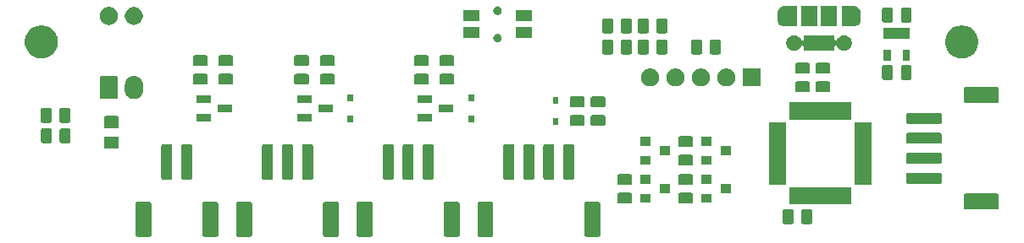
<source format=gbr>
G04 #@! TF.GenerationSoftware,KiCad,Pcbnew,(5.1.5)-3*
G04 #@! TF.CreationDate,2021-06-03T09:39:37-05:00*
G04 #@! TF.ProjectId,NevermoreController,4e657665-726d-46f7-9265-436f6e74726f,rev?*
G04 #@! TF.SameCoordinates,Original*
G04 #@! TF.FileFunction,Soldermask,Top*
G04 #@! TF.FilePolarity,Negative*
%FSLAX46Y46*%
G04 Gerber Fmt 4.6, Leading zero omitted, Abs format (unit mm)*
G04 Created by KiCad (PCBNEW (5.1.5)-3) date 2021-06-03 09:39:37*
%MOMM*%
%LPD*%
G04 APERTURE LIST*
%ADD10C,0.100000*%
G04 APERTURE END LIST*
D10*
G36*
X159727648Y-96053122D02*
G01*
X159761987Y-96063539D01*
X159793636Y-96080456D01*
X159821378Y-96103222D01*
X159844144Y-96130964D01*
X159861061Y-96162613D01*
X159871478Y-96196952D01*
X159875600Y-96238807D01*
X159875600Y-99361193D01*
X159871478Y-99403048D01*
X159861061Y-99437387D01*
X159844144Y-99469036D01*
X159821378Y-99496778D01*
X159793636Y-99519544D01*
X159761987Y-99536461D01*
X159727648Y-99546878D01*
X159685793Y-99551000D01*
X158463407Y-99551000D01*
X158421552Y-99546878D01*
X158387213Y-99536461D01*
X158355564Y-99519544D01*
X158327822Y-99496778D01*
X158305056Y-99469036D01*
X158288139Y-99437387D01*
X158277722Y-99403048D01*
X158273600Y-99361193D01*
X158273600Y-96238807D01*
X158277722Y-96196952D01*
X158288139Y-96162613D01*
X158305056Y-96130964D01*
X158327822Y-96103222D01*
X158355564Y-96080456D01*
X158387213Y-96063539D01*
X158421552Y-96053122D01*
X158463407Y-96049000D01*
X159685793Y-96049000D01*
X159727648Y-96053122D01*
G37*
G36*
X149027648Y-96053122D02*
G01*
X149061987Y-96063539D01*
X149093636Y-96080456D01*
X149121378Y-96103222D01*
X149144144Y-96130964D01*
X149161061Y-96162613D01*
X149171478Y-96196952D01*
X149175600Y-96238807D01*
X149175600Y-99361193D01*
X149171478Y-99403048D01*
X149161061Y-99437387D01*
X149144144Y-99469036D01*
X149121378Y-99496778D01*
X149093636Y-99519544D01*
X149061987Y-99536461D01*
X149027648Y-99546878D01*
X148985793Y-99551000D01*
X147763407Y-99551000D01*
X147721552Y-99546878D01*
X147687213Y-99536461D01*
X147655564Y-99519544D01*
X147627822Y-99496778D01*
X147605056Y-99469036D01*
X147588139Y-99437387D01*
X147577722Y-99403048D01*
X147573600Y-99361193D01*
X147573600Y-96238807D01*
X147577722Y-96196952D01*
X147588139Y-96162613D01*
X147605056Y-96130964D01*
X147627822Y-96103222D01*
X147655564Y-96080456D01*
X147687213Y-96063539D01*
X147721552Y-96053122D01*
X147763407Y-96049000D01*
X148985793Y-96049000D01*
X149027648Y-96053122D01*
G37*
G36*
X121541548Y-96053122D02*
G01*
X121575887Y-96063539D01*
X121607536Y-96080456D01*
X121635278Y-96103222D01*
X121658044Y-96130964D01*
X121674961Y-96162613D01*
X121685378Y-96196952D01*
X121689500Y-96238807D01*
X121689500Y-99361193D01*
X121685378Y-99403048D01*
X121674961Y-99437387D01*
X121658044Y-99469036D01*
X121635278Y-99496778D01*
X121607536Y-99519544D01*
X121575887Y-99536461D01*
X121541548Y-99546878D01*
X121499693Y-99551000D01*
X120277307Y-99551000D01*
X120235452Y-99546878D01*
X120201113Y-99536461D01*
X120169464Y-99519544D01*
X120141722Y-99496778D01*
X120118956Y-99469036D01*
X120102039Y-99437387D01*
X120091622Y-99403048D01*
X120087500Y-99361193D01*
X120087500Y-96238807D01*
X120091622Y-96196952D01*
X120102039Y-96162613D01*
X120118956Y-96130964D01*
X120141722Y-96103222D01*
X120169464Y-96080456D01*
X120201113Y-96063539D01*
X120235452Y-96053122D01*
X120277307Y-96049000D01*
X121499693Y-96049000D01*
X121541548Y-96053122D01*
G37*
G36*
X114841548Y-96053122D02*
G01*
X114875887Y-96063539D01*
X114907536Y-96080456D01*
X114935278Y-96103222D01*
X114958044Y-96130964D01*
X114974961Y-96162613D01*
X114985378Y-96196952D01*
X114989500Y-96238807D01*
X114989500Y-99361193D01*
X114985378Y-99403048D01*
X114974961Y-99437387D01*
X114958044Y-99469036D01*
X114935278Y-99496778D01*
X114907536Y-99519544D01*
X114875887Y-99536461D01*
X114841548Y-99546878D01*
X114799693Y-99551000D01*
X113577307Y-99551000D01*
X113535452Y-99546878D01*
X113501113Y-99536461D01*
X113469464Y-99519544D01*
X113441722Y-99496778D01*
X113418956Y-99469036D01*
X113402039Y-99437387D01*
X113391622Y-99403048D01*
X113387500Y-99361193D01*
X113387500Y-96238807D01*
X113391622Y-96196952D01*
X113402039Y-96162613D01*
X113418956Y-96130964D01*
X113441722Y-96103222D01*
X113469464Y-96080456D01*
X113501113Y-96063539D01*
X113535452Y-96053122D01*
X113577307Y-96049000D01*
X114799693Y-96049000D01*
X114841548Y-96053122D01*
G37*
G36*
X133603581Y-96053122D02*
G01*
X133637920Y-96063539D01*
X133669569Y-96080456D01*
X133697311Y-96103222D01*
X133720077Y-96130964D01*
X133736994Y-96162613D01*
X133747411Y-96196952D01*
X133751533Y-96238807D01*
X133751533Y-99361193D01*
X133747411Y-99403048D01*
X133736994Y-99437387D01*
X133720077Y-99469036D01*
X133697311Y-99496778D01*
X133669569Y-99519544D01*
X133637920Y-99536461D01*
X133603581Y-99546878D01*
X133561726Y-99551000D01*
X132339340Y-99551000D01*
X132297485Y-99546878D01*
X132263146Y-99536461D01*
X132231497Y-99519544D01*
X132203755Y-99496778D01*
X132180989Y-99469036D01*
X132164072Y-99437387D01*
X132153655Y-99403048D01*
X132149533Y-99361193D01*
X132149533Y-96238807D01*
X132153655Y-96196952D01*
X132164072Y-96162613D01*
X132180989Y-96130964D01*
X132203755Y-96103222D01*
X132231497Y-96080456D01*
X132263146Y-96063539D01*
X132297485Y-96053122D01*
X132339340Y-96049000D01*
X133561726Y-96049000D01*
X133603581Y-96053122D01*
G37*
G36*
X145665614Y-96053122D02*
G01*
X145699953Y-96063539D01*
X145731602Y-96080456D01*
X145759344Y-96103222D01*
X145782110Y-96130964D01*
X145799027Y-96162613D01*
X145809444Y-96196952D01*
X145813566Y-96238807D01*
X145813566Y-99361193D01*
X145809444Y-99403048D01*
X145799027Y-99437387D01*
X145782110Y-99469036D01*
X145759344Y-99496778D01*
X145731602Y-99519544D01*
X145699953Y-99536461D01*
X145665614Y-99546878D01*
X145623759Y-99551000D01*
X144401373Y-99551000D01*
X144359518Y-99546878D01*
X144325179Y-99536461D01*
X144293530Y-99519544D01*
X144265788Y-99496778D01*
X144243022Y-99469036D01*
X144226105Y-99437387D01*
X144215688Y-99403048D01*
X144211566Y-99361193D01*
X144211566Y-96238807D01*
X144215688Y-96196952D01*
X144226105Y-96162613D01*
X144243022Y-96130964D01*
X144265788Y-96103222D01*
X144293530Y-96080456D01*
X144325179Y-96063539D01*
X144359518Y-96053122D01*
X144401373Y-96049000D01*
X145623759Y-96049000D01*
X145665614Y-96053122D01*
G37*
G36*
X136965614Y-96053122D02*
G01*
X136999953Y-96063539D01*
X137031602Y-96080456D01*
X137059344Y-96103222D01*
X137082110Y-96130964D01*
X137099027Y-96162613D01*
X137109444Y-96196952D01*
X137113566Y-96238807D01*
X137113566Y-99361193D01*
X137109444Y-99403048D01*
X137099027Y-99437387D01*
X137082110Y-99469036D01*
X137059344Y-99496778D01*
X137031602Y-99519544D01*
X136999953Y-99536461D01*
X136965614Y-99546878D01*
X136923759Y-99551000D01*
X135701373Y-99551000D01*
X135659518Y-99546878D01*
X135625179Y-99536461D01*
X135593530Y-99519544D01*
X135565788Y-99496778D01*
X135543022Y-99469036D01*
X135526105Y-99437387D01*
X135515688Y-99403048D01*
X135511566Y-99361193D01*
X135511566Y-96238807D01*
X135515688Y-96196952D01*
X135526105Y-96162613D01*
X135543022Y-96130964D01*
X135565788Y-96103222D01*
X135593530Y-96080456D01*
X135625179Y-96063539D01*
X135659518Y-96053122D01*
X135701373Y-96049000D01*
X136923759Y-96049000D01*
X136965614Y-96053122D01*
G37*
G36*
X124903581Y-96053122D02*
G01*
X124937920Y-96063539D01*
X124969569Y-96080456D01*
X124997311Y-96103222D01*
X125020077Y-96130964D01*
X125036994Y-96162613D01*
X125047411Y-96196952D01*
X125051533Y-96238807D01*
X125051533Y-99361193D01*
X125047411Y-99403048D01*
X125036994Y-99437387D01*
X125020077Y-99469036D01*
X124997311Y-99496778D01*
X124969569Y-99519544D01*
X124937920Y-99536461D01*
X124903581Y-99546878D01*
X124861726Y-99551000D01*
X123639340Y-99551000D01*
X123597485Y-99546878D01*
X123563146Y-99536461D01*
X123531497Y-99519544D01*
X123503755Y-99496778D01*
X123480989Y-99469036D01*
X123464072Y-99437387D01*
X123453655Y-99403048D01*
X123449533Y-99361193D01*
X123449533Y-96238807D01*
X123453655Y-96196952D01*
X123464072Y-96162613D01*
X123480989Y-96130964D01*
X123503755Y-96103222D01*
X123531497Y-96080456D01*
X123563146Y-96063539D01*
X123597485Y-96053122D01*
X123639340Y-96049000D01*
X124861726Y-96049000D01*
X124903581Y-96053122D01*
G37*
G36*
X179012468Y-96789565D02*
G01*
X179051138Y-96801296D01*
X179086777Y-96820346D01*
X179118017Y-96845983D01*
X179143654Y-96877223D01*
X179162704Y-96912862D01*
X179174435Y-96951532D01*
X179179000Y-96997888D01*
X179179000Y-98074112D01*
X179174435Y-98120468D01*
X179162704Y-98159138D01*
X179143654Y-98194777D01*
X179118017Y-98226017D01*
X179086777Y-98251654D01*
X179051138Y-98270704D01*
X179012468Y-98282435D01*
X178966112Y-98287000D01*
X178314888Y-98287000D01*
X178268532Y-98282435D01*
X178229862Y-98270704D01*
X178194223Y-98251654D01*
X178162983Y-98226017D01*
X178137346Y-98194777D01*
X178118296Y-98159138D01*
X178106565Y-98120468D01*
X178102000Y-98074112D01*
X178102000Y-96997888D01*
X178106565Y-96951532D01*
X178118296Y-96912862D01*
X178137346Y-96877223D01*
X178162983Y-96845983D01*
X178194223Y-96820346D01*
X178229862Y-96801296D01*
X178268532Y-96789565D01*
X178314888Y-96785000D01*
X178966112Y-96785000D01*
X179012468Y-96789565D01*
G37*
G36*
X180887468Y-96789565D02*
G01*
X180926138Y-96801296D01*
X180961777Y-96820346D01*
X180993017Y-96845983D01*
X181018654Y-96877223D01*
X181037704Y-96912862D01*
X181049435Y-96951532D01*
X181054000Y-96997888D01*
X181054000Y-98074112D01*
X181049435Y-98120468D01*
X181037704Y-98159138D01*
X181018654Y-98194777D01*
X180993017Y-98226017D01*
X180961777Y-98251654D01*
X180926138Y-98270704D01*
X180887468Y-98282435D01*
X180841112Y-98287000D01*
X180189888Y-98287000D01*
X180143532Y-98282435D01*
X180104862Y-98270704D01*
X180069223Y-98251654D01*
X180037983Y-98226017D01*
X180012346Y-98194777D01*
X179993296Y-98159138D01*
X179981565Y-98120468D01*
X179977000Y-98074112D01*
X179977000Y-96997888D01*
X179981565Y-96951532D01*
X179993296Y-96912862D01*
X180012346Y-96877223D01*
X180037983Y-96845983D01*
X180069223Y-96820346D01*
X180104862Y-96801296D01*
X180143532Y-96789565D01*
X180189888Y-96785000D01*
X180841112Y-96785000D01*
X180887468Y-96789565D01*
G37*
G36*
X199575048Y-95231122D02*
G01*
X199609387Y-95241539D01*
X199641036Y-95258456D01*
X199668778Y-95281222D01*
X199691544Y-95308964D01*
X199708461Y-95340613D01*
X199718878Y-95374952D01*
X199723000Y-95416807D01*
X199723000Y-96639193D01*
X199718878Y-96681048D01*
X199708461Y-96715387D01*
X199691544Y-96747036D01*
X199668778Y-96774778D01*
X199641036Y-96797544D01*
X199609387Y-96814461D01*
X199575048Y-96824878D01*
X199533193Y-96829000D01*
X196410807Y-96829000D01*
X196368952Y-96824878D01*
X196334613Y-96814461D01*
X196302964Y-96797544D01*
X196275222Y-96774778D01*
X196252456Y-96747036D01*
X196235539Y-96715387D01*
X196225122Y-96681048D01*
X196221000Y-96639193D01*
X196221000Y-95416807D01*
X196225122Y-95374952D01*
X196235539Y-95340613D01*
X196252456Y-95308964D01*
X196275222Y-95281222D01*
X196302964Y-95258456D01*
X196334613Y-95241539D01*
X196368952Y-95231122D01*
X196410807Y-95227000D01*
X199533193Y-95227000D01*
X199575048Y-95231122D01*
G37*
G36*
X184990000Y-96287000D02*
G01*
X178738000Y-96287000D01*
X178738000Y-94585000D01*
X184990000Y-94585000D01*
X184990000Y-96287000D01*
G37*
G36*
X168986468Y-95145565D02*
G01*
X169025138Y-95157296D01*
X169060777Y-95176346D01*
X169092017Y-95201983D01*
X169117654Y-95233223D01*
X169136704Y-95268862D01*
X169148435Y-95307532D01*
X169153000Y-95353888D01*
X169153000Y-96005112D01*
X169148435Y-96051468D01*
X169136704Y-96090138D01*
X169117654Y-96125777D01*
X169092017Y-96157017D01*
X169060777Y-96182654D01*
X169025138Y-96201704D01*
X168986468Y-96213435D01*
X168940112Y-96218000D01*
X167863888Y-96218000D01*
X167817532Y-96213435D01*
X167778862Y-96201704D01*
X167743223Y-96182654D01*
X167711983Y-96157017D01*
X167686346Y-96125777D01*
X167667296Y-96090138D01*
X167655565Y-96051468D01*
X167651000Y-96005112D01*
X167651000Y-95353888D01*
X167655565Y-95307532D01*
X167667296Y-95268862D01*
X167686346Y-95233223D01*
X167711983Y-95201983D01*
X167743223Y-95176346D01*
X167778862Y-95157296D01*
X167817532Y-95145565D01*
X167863888Y-95141000D01*
X168940112Y-95141000D01*
X168986468Y-95145565D01*
G37*
G36*
X162890468Y-95145565D02*
G01*
X162929138Y-95157296D01*
X162964777Y-95176346D01*
X162996017Y-95201983D01*
X163021654Y-95233223D01*
X163040704Y-95268862D01*
X163052435Y-95307532D01*
X163057000Y-95353888D01*
X163057000Y-96005112D01*
X163052435Y-96051468D01*
X163040704Y-96090138D01*
X163021654Y-96125777D01*
X162996017Y-96157017D01*
X162964777Y-96182654D01*
X162929138Y-96201704D01*
X162890468Y-96213435D01*
X162844112Y-96218000D01*
X161767888Y-96218000D01*
X161721532Y-96213435D01*
X161682862Y-96201704D01*
X161647223Y-96182654D01*
X161615983Y-96157017D01*
X161590346Y-96125777D01*
X161571296Y-96090138D01*
X161559565Y-96051468D01*
X161555000Y-96005112D01*
X161555000Y-95353888D01*
X161559565Y-95307532D01*
X161571296Y-95268862D01*
X161590346Y-95233223D01*
X161615983Y-95201983D01*
X161647223Y-95176346D01*
X161682862Y-95157296D01*
X161721532Y-95145565D01*
X161767888Y-95141000D01*
X162844112Y-95141000D01*
X162890468Y-95145565D01*
G37*
G36*
X164855000Y-96143000D02*
G01*
X163853000Y-96143000D01*
X163853000Y-95241000D01*
X164855000Y-95241000D01*
X164855000Y-96143000D01*
G37*
G36*
X170951000Y-96143000D02*
G01*
X169949000Y-96143000D01*
X169949000Y-95241000D01*
X170951000Y-95241000D01*
X170951000Y-96143000D01*
G37*
G36*
X166855000Y-95193000D02*
G01*
X165853000Y-95193000D01*
X165853000Y-94291000D01*
X166855000Y-94291000D01*
X166855000Y-95193000D01*
G37*
G36*
X172951000Y-95193000D02*
G01*
X171949000Y-95193000D01*
X171949000Y-94291000D01*
X172951000Y-94291000D01*
X172951000Y-95193000D01*
G37*
G36*
X162890468Y-93270565D02*
G01*
X162929138Y-93282296D01*
X162964777Y-93301346D01*
X162996017Y-93326983D01*
X163021654Y-93358223D01*
X163040704Y-93393862D01*
X163052435Y-93432532D01*
X163057000Y-93478888D01*
X163057000Y-94130112D01*
X163052435Y-94176468D01*
X163040704Y-94215138D01*
X163021654Y-94250777D01*
X162996017Y-94282017D01*
X162964777Y-94307654D01*
X162929138Y-94326704D01*
X162890468Y-94338435D01*
X162844112Y-94343000D01*
X161767888Y-94343000D01*
X161721532Y-94338435D01*
X161682862Y-94326704D01*
X161647223Y-94307654D01*
X161615983Y-94282017D01*
X161590346Y-94250777D01*
X161571296Y-94215138D01*
X161559565Y-94176468D01*
X161555000Y-94130112D01*
X161555000Y-93478888D01*
X161559565Y-93432532D01*
X161571296Y-93393862D01*
X161590346Y-93358223D01*
X161615983Y-93326983D01*
X161647223Y-93301346D01*
X161682862Y-93282296D01*
X161721532Y-93270565D01*
X161767888Y-93266000D01*
X162844112Y-93266000D01*
X162890468Y-93270565D01*
G37*
G36*
X168986468Y-93270565D02*
G01*
X169025138Y-93282296D01*
X169060777Y-93301346D01*
X169092017Y-93326983D01*
X169117654Y-93358223D01*
X169136704Y-93393862D01*
X169148435Y-93432532D01*
X169153000Y-93478888D01*
X169153000Y-94130112D01*
X169148435Y-94176468D01*
X169136704Y-94215138D01*
X169117654Y-94250777D01*
X169092017Y-94282017D01*
X169060777Y-94307654D01*
X169025138Y-94326704D01*
X168986468Y-94338435D01*
X168940112Y-94343000D01*
X167863888Y-94343000D01*
X167817532Y-94338435D01*
X167778862Y-94326704D01*
X167743223Y-94307654D01*
X167711983Y-94282017D01*
X167686346Y-94250777D01*
X167667296Y-94215138D01*
X167655565Y-94176468D01*
X167651000Y-94130112D01*
X167651000Y-93478888D01*
X167655565Y-93432532D01*
X167667296Y-93393862D01*
X167686346Y-93358223D01*
X167711983Y-93326983D01*
X167743223Y-93301346D01*
X167778862Y-93282296D01*
X167817532Y-93270565D01*
X167863888Y-93266000D01*
X168940112Y-93266000D01*
X168986468Y-93270565D01*
G37*
G36*
X178465000Y-94312000D02*
G01*
X176763000Y-94312000D01*
X176763000Y-88060000D01*
X178465000Y-88060000D01*
X178465000Y-94312000D01*
G37*
G36*
X186965000Y-94312000D02*
G01*
X185263000Y-94312000D01*
X185263000Y-88060000D01*
X186965000Y-88060000D01*
X186965000Y-94312000D01*
G37*
G36*
X164855000Y-94243000D02*
G01*
X163853000Y-94243000D01*
X163853000Y-93341000D01*
X164855000Y-93341000D01*
X164855000Y-94243000D01*
G37*
G36*
X170951000Y-94243000D02*
G01*
X169949000Y-94243000D01*
X169949000Y-93341000D01*
X170951000Y-93341000D01*
X170951000Y-94243000D01*
G37*
G36*
X193851434Y-93131686D02*
G01*
X193891284Y-93143774D01*
X193927999Y-93163399D01*
X193960186Y-93189814D01*
X193986601Y-93222001D01*
X194006226Y-93258716D01*
X194018314Y-93298566D01*
X194023000Y-93346141D01*
X194023000Y-94009859D01*
X194018314Y-94057434D01*
X194006226Y-94097284D01*
X193986601Y-94133999D01*
X193960186Y-94166186D01*
X193927999Y-94192601D01*
X193891284Y-94212226D01*
X193851434Y-94224314D01*
X193803859Y-94229000D01*
X190640141Y-94229000D01*
X190592566Y-94224314D01*
X190552716Y-94212226D01*
X190516001Y-94192601D01*
X190483814Y-94166186D01*
X190457399Y-94133999D01*
X190437774Y-94097284D01*
X190425686Y-94057434D01*
X190421000Y-94009859D01*
X190421000Y-93346141D01*
X190425686Y-93298566D01*
X190437774Y-93258716D01*
X190457399Y-93222001D01*
X190483814Y-93189814D01*
X190516001Y-93163399D01*
X190552716Y-93143774D01*
X190592566Y-93131686D01*
X190640141Y-93127000D01*
X193803859Y-93127000D01*
X193851434Y-93131686D01*
G37*
G36*
X116917934Y-90253686D02*
G01*
X116957784Y-90265774D01*
X116994499Y-90285399D01*
X117026686Y-90311814D01*
X117053101Y-90344001D01*
X117072726Y-90380716D01*
X117084814Y-90420566D01*
X117089500Y-90468141D01*
X117089500Y-93631859D01*
X117084814Y-93679434D01*
X117072726Y-93719284D01*
X117053101Y-93755999D01*
X117026686Y-93788186D01*
X116994499Y-93814601D01*
X116957784Y-93834226D01*
X116917934Y-93846314D01*
X116870359Y-93851000D01*
X116206641Y-93851000D01*
X116159066Y-93846314D01*
X116119216Y-93834226D01*
X116082501Y-93814601D01*
X116050314Y-93788186D01*
X116023899Y-93755999D01*
X116004274Y-93719284D01*
X115992186Y-93679434D01*
X115987500Y-93631859D01*
X115987500Y-90468141D01*
X115992186Y-90420566D01*
X116004274Y-90380716D01*
X116023899Y-90344001D01*
X116050314Y-90311814D01*
X116082501Y-90285399D01*
X116119216Y-90265774D01*
X116159066Y-90253686D01*
X116206641Y-90249000D01*
X116870359Y-90249000D01*
X116917934Y-90253686D01*
G37*
G36*
X118917934Y-90253686D02*
G01*
X118957784Y-90265774D01*
X118994499Y-90285399D01*
X119026686Y-90311814D01*
X119053101Y-90344001D01*
X119072726Y-90380716D01*
X119084814Y-90420566D01*
X119089500Y-90468141D01*
X119089500Y-93631859D01*
X119084814Y-93679434D01*
X119072726Y-93719284D01*
X119053101Y-93755999D01*
X119026686Y-93788186D01*
X118994499Y-93814601D01*
X118957784Y-93834226D01*
X118917934Y-93846314D01*
X118870359Y-93851000D01*
X118206641Y-93851000D01*
X118159066Y-93846314D01*
X118119216Y-93834226D01*
X118082501Y-93814601D01*
X118050314Y-93788186D01*
X118023899Y-93755999D01*
X118004274Y-93719284D01*
X117992186Y-93679434D01*
X117987500Y-93631859D01*
X117987500Y-90468141D01*
X117992186Y-90420566D01*
X118004274Y-90380716D01*
X118023899Y-90344001D01*
X118050314Y-90311814D01*
X118082501Y-90285399D01*
X118119216Y-90265774D01*
X118159066Y-90253686D01*
X118206641Y-90249000D01*
X118870359Y-90249000D01*
X118917934Y-90253686D01*
G37*
G36*
X157104034Y-90253686D02*
G01*
X157143884Y-90265774D01*
X157180599Y-90285399D01*
X157212786Y-90311814D01*
X157239201Y-90344001D01*
X157258826Y-90380716D01*
X157270914Y-90420566D01*
X157275600Y-90468141D01*
X157275600Y-93631859D01*
X157270914Y-93679434D01*
X157258826Y-93719284D01*
X157239201Y-93755999D01*
X157212786Y-93788186D01*
X157180599Y-93814601D01*
X157143884Y-93834226D01*
X157104034Y-93846314D01*
X157056459Y-93851000D01*
X156392741Y-93851000D01*
X156345166Y-93846314D01*
X156305316Y-93834226D01*
X156268601Y-93814601D01*
X156236414Y-93788186D01*
X156209999Y-93755999D01*
X156190374Y-93719284D01*
X156178286Y-93679434D01*
X156173600Y-93631859D01*
X156173600Y-90468141D01*
X156178286Y-90420566D01*
X156190374Y-90380716D01*
X156209999Y-90344001D01*
X156236414Y-90311814D01*
X156268601Y-90285399D01*
X156305316Y-90265774D01*
X156345166Y-90253686D01*
X156392741Y-90249000D01*
X157056459Y-90249000D01*
X157104034Y-90253686D01*
G37*
G36*
X155104034Y-90253686D02*
G01*
X155143884Y-90265774D01*
X155180599Y-90285399D01*
X155212786Y-90311814D01*
X155239201Y-90344001D01*
X155258826Y-90380716D01*
X155270914Y-90420566D01*
X155275600Y-90468141D01*
X155275600Y-93631859D01*
X155270914Y-93679434D01*
X155258826Y-93719284D01*
X155239201Y-93755999D01*
X155212786Y-93788186D01*
X155180599Y-93814601D01*
X155143884Y-93834226D01*
X155104034Y-93846314D01*
X155056459Y-93851000D01*
X154392741Y-93851000D01*
X154345166Y-93846314D01*
X154305316Y-93834226D01*
X154268601Y-93814601D01*
X154236414Y-93788186D01*
X154209999Y-93755999D01*
X154190374Y-93719284D01*
X154178286Y-93679434D01*
X154173600Y-93631859D01*
X154173600Y-90468141D01*
X154178286Y-90420566D01*
X154190374Y-90380716D01*
X154209999Y-90344001D01*
X154236414Y-90311814D01*
X154268601Y-90285399D01*
X154305316Y-90265774D01*
X154345166Y-90253686D01*
X154392741Y-90249000D01*
X155056459Y-90249000D01*
X155104034Y-90253686D01*
G37*
G36*
X153104034Y-90253686D02*
G01*
X153143884Y-90265774D01*
X153180599Y-90285399D01*
X153212786Y-90311814D01*
X153239201Y-90344001D01*
X153258826Y-90380716D01*
X153270914Y-90420566D01*
X153275600Y-90468141D01*
X153275600Y-93631859D01*
X153270914Y-93679434D01*
X153258826Y-93719284D01*
X153239201Y-93755999D01*
X153212786Y-93788186D01*
X153180599Y-93814601D01*
X153143884Y-93834226D01*
X153104034Y-93846314D01*
X153056459Y-93851000D01*
X152392741Y-93851000D01*
X152345166Y-93846314D01*
X152305316Y-93834226D01*
X152268601Y-93814601D01*
X152236414Y-93788186D01*
X152209999Y-93755999D01*
X152190374Y-93719284D01*
X152178286Y-93679434D01*
X152173600Y-93631859D01*
X152173600Y-90468141D01*
X152178286Y-90420566D01*
X152190374Y-90380716D01*
X152209999Y-90344001D01*
X152236414Y-90311814D01*
X152268601Y-90285399D01*
X152305316Y-90265774D01*
X152345166Y-90253686D01*
X152392741Y-90249000D01*
X153056459Y-90249000D01*
X153104034Y-90253686D01*
G37*
G36*
X130979967Y-90253686D02*
G01*
X131019817Y-90265774D01*
X131056532Y-90285399D01*
X131088719Y-90311814D01*
X131115134Y-90344001D01*
X131134759Y-90380716D01*
X131146847Y-90420566D01*
X131151533Y-90468141D01*
X131151533Y-93631859D01*
X131146847Y-93679434D01*
X131134759Y-93719284D01*
X131115134Y-93755999D01*
X131088719Y-93788186D01*
X131056532Y-93814601D01*
X131019817Y-93834226D01*
X130979967Y-93846314D01*
X130932392Y-93851000D01*
X130268674Y-93851000D01*
X130221099Y-93846314D01*
X130181249Y-93834226D01*
X130144534Y-93814601D01*
X130112347Y-93788186D01*
X130085932Y-93755999D01*
X130066307Y-93719284D01*
X130054219Y-93679434D01*
X130049533Y-93631859D01*
X130049533Y-90468141D01*
X130054219Y-90420566D01*
X130066307Y-90380716D01*
X130085932Y-90344001D01*
X130112347Y-90311814D01*
X130144534Y-90285399D01*
X130181249Y-90265774D01*
X130221099Y-90253686D01*
X130268674Y-90249000D01*
X130932392Y-90249000D01*
X130979967Y-90253686D01*
G37*
G36*
X126979967Y-90253686D02*
G01*
X127019817Y-90265774D01*
X127056532Y-90285399D01*
X127088719Y-90311814D01*
X127115134Y-90344001D01*
X127134759Y-90380716D01*
X127146847Y-90420566D01*
X127151533Y-90468141D01*
X127151533Y-93631859D01*
X127146847Y-93679434D01*
X127134759Y-93719284D01*
X127115134Y-93755999D01*
X127088719Y-93788186D01*
X127056532Y-93814601D01*
X127019817Y-93834226D01*
X126979967Y-93846314D01*
X126932392Y-93851000D01*
X126268674Y-93851000D01*
X126221099Y-93846314D01*
X126181249Y-93834226D01*
X126144534Y-93814601D01*
X126112347Y-93788186D01*
X126085932Y-93755999D01*
X126066307Y-93719284D01*
X126054219Y-93679434D01*
X126049533Y-93631859D01*
X126049533Y-90468141D01*
X126054219Y-90420566D01*
X126066307Y-90380716D01*
X126085932Y-90344001D01*
X126112347Y-90311814D01*
X126144534Y-90285399D01*
X126181249Y-90265774D01*
X126221099Y-90253686D01*
X126268674Y-90249000D01*
X126932392Y-90249000D01*
X126979967Y-90253686D01*
G37*
G36*
X128979967Y-90253686D02*
G01*
X129019817Y-90265774D01*
X129056532Y-90285399D01*
X129088719Y-90311814D01*
X129115134Y-90344001D01*
X129134759Y-90380716D01*
X129146847Y-90420566D01*
X129151533Y-90468141D01*
X129151533Y-93631859D01*
X129146847Y-93679434D01*
X129134759Y-93719284D01*
X129115134Y-93755999D01*
X129088719Y-93788186D01*
X129056532Y-93814601D01*
X129019817Y-93834226D01*
X128979967Y-93846314D01*
X128932392Y-93851000D01*
X128268674Y-93851000D01*
X128221099Y-93846314D01*
X128181249Y-93834226D01*
X128144534Y-93814601D01*
X128112347Y-93788186D01*
X128085932Y-93755999D01*
X128066307Y-93719284D01*
X128054219Y-93679434D01*
X128049533Y-93631859D01*
X128049533Y-90468141D01*
X128054219Y-90420566D01*
X128066307Y-90380716D01*
X128085932Y-90344001D01*
X128112347Y-90311814D01*
X128144534Y-90285399D01*
X128181249Y-90265774D01*
X128221099Y-90253686D01*
X128268674Y-90249000D01*
X128932392Y-90249000D01*
X128979967Y-90253686D01*
G37*
G36*
X143042000Y-90253686D02*
G01*
X143081850Y-90265774D01*
X143118565Y-90285399D01*
X143150752Y-90311814D01*
X143177167Y-90344001D01*
X143196792Y-90380716D01*
X143208880Y-90420566D01*
X143213566Y-90468141D01*
X143213566Y-93631859D01*
X143208880Y-93679434D01*
X143196792Y-93719284D01*
X143177167Y-93755999D01*
X143150752Y-93788186D01*
X143118565Y-93814601D01*
X143081850Y-93834226D01*
X143042000Y-93846314D01*
X142994425Y-93851000D01*
X142330707Y-93851000D01*
X142283132Y-93846314D01*
X142243282Y-93834226D01*
X142206567Y-93814601D01*
X142174380Y-93788186D01*
X142147965Y-93755999D01*
X142128340Y-93719284D01*
X142116252Y-93679434D01*
X142111566Y-93631859D01*
X142111566Y-90468141D01*
X142116252Y-90420566D01*
X142128340Y-90380716D01*
X142147965Y-90344001D01*
X142174380Y-90311814D01*
X142206567Y-90285399D01*
X142243282Y-90265774D01*
X142283132Y-90253686D01*
X142330707Y-90249000D01*
X142994425Y-90249000D01*
X143042000Y-90253686D01*
G37*
G36*
X141042000Y-90253686D02*
G01*
X141081850Y-90265774D01*
X141118565Y-90285399D01*
X141150752Y-90311814D01*
X141177167Y-90344001D01*
X141196792Y-90380716D01*
X141208880Y-90420566D01*
X141213566Y-90468141D01*
X141213566Y-93631859D01*
X141208880Y-93679434D01*
X141196792Y-93719284D01*
X141177167Y-93755999D01*
X141150752Y-93788186D01*
X141118565Y-93814601D01*
X141081850Y-93834226D01*
X141042000Y-93846314D01*
X140994425Y-93851000D01*
X140330707Y-93851000D01*
X140283132Y-93846314D01*
X140243282Y-93834226D01*
X140206567Y-93814601D01*
X140174380Y-93788186D01*
X140147965Y-93755999D01*
X140128340Y-93719284D01*
X140116252Y-93679434D01*
X140111566Y-93631859D01*
X140111566Y-90468141D01*
X140116252Y-90420566D01*
X140128340Y-90380716D01*
X140147965Y-90344001D01*
X140174380Y-90311814D01*
X140206567Y-90285399D01*
X140243282Y-90265774D01*
X140283132Y-90253686D01*
X140330707Y-90249000D01*
X140994425Y-90249000D01*
X141042000Y-90253686D01*
G37*
G36*
X139042000Y-90253686D02*
G01*
X139081850Y-90265774D01*
X139118565Y-90285399D01*
X139150752Y-90311814D01*
X139177167Y-90344001D01*
X139196792Y-90380716D01*
X139208880Y-90420566D01*
X139213566Y-90468141D01*
X139213566Y-93631859D01*
X139208880Y-93679434D01*
X139196792Y-93719284D01*
X139177167Y-93755999D01*
X139150752Y-93788186D01*
X139118565Y-93814601D01*
X139081850Y-93834226D01*
X139042000Y-93846314D01*
X138994425Y-93851000D01*
X138330707Y-93851000D01*
X138283132Y-93846314D01*
X138243282Y-93834226D01*
X138206567Y-93814601D01*
X138174380Y-93788186D01*
X138147965Y-93755999D01*
X138128340Y-93719284D01*
X138116252Y-93679434D01*
X138111566Y-93631859D01*
X138111566Y-90468141D01*
X138116252Y-90420566D01*
X138128340Y-90380716D01*
X138147965Y-90344001D01*
X138174380Y-90311814D01*
X138206567Y-90285399D01*
X138243282Y-90265774D01*
X138283132Y-90253686D01*
X138330707Y-90249000D01*
X138994425Y-90249000D01*
X139042000Y-90253686D01*
G37*
G36*
X151104034Y-90253686D02*
G01*
X151143884Y-90265774D01*
X151180599Y-90285399D01*
X151212786Y-90311814D01*
X151239201Y-90344001D01*
X151258826Y-90380716D01*
X151270914Y-90420566D01*
X151275600Y-90468141D01*
X151275600Y-93631859D01*
X151270914Y-93679434D01*
X151258826Y-93719284D01*
X151239201Y-93755999D01*
X151212786Y-93788186D01*
X151180599Y-93814601D01*
X151143884Y-93834226D01*
X151104034Y-93846314D01*
X151056459Y-93851000D01*
X150392741Y-93851000D01*
X150345166Y-93846314D01*
X150305316Y-93834226D01*
X150268601Y-93814601D01*
X150236414Y-93788186D01*
X150209999Y-93755999D01*
X150190374Y-93719284D01*
X150178286Y-93679434D01*
X150173600Y-93631859D01*
X150173600Y-90468141D01*
X150178286Y-90420566D01*
X150190374Y-90380716D01*
X150209999Y-90344001D01*
X150236414Y-90311814D01*
X150268601Y-90285399D01*
X150305316Y-90265774D01*
X150345166Y-90253686D01*
X150392741Y-90249000D01*
X151056459Y-90249000D01*
X151104034Y-90253686D01*
G37*
G36*
X168986468Y-91335565D02*
G01*
X169025138Y-91347296D01*
X169060777Y-91366346D01*
X169092017Y-91391983D01*
X169117654Y-91423223D01*
X169136704Y-91458862D01*
X169148435Y-91497532D01*
X169153000Y-91543888D01*
X169153000Y-92195112D01*
X169148435Y-92241468D01*
X169136704Y-92280138D01*
X169117654Y-92315777D01*
X169092017Y-92347017D01*
X169060777Y-92372654D01*
X169025138Y-92391704D01*
X168986468Y-92403435D01*
X168940112Y-92408000D01*
X167863888Y-92408000D01*
X167817532Y-92403435D01*
X167778862Y-92391704D01*
X167743223Y-92372654D01*
X167711983Y-92347017D01*
X167686346Y-92315777D01*
X167667296Y-92280138D01*
X167655565Y-92241468D01*
X167651000Y-92195112D01*
X167651000Y-91543888D01*
X167655565Y-91497532D01*
X167667296Y-91458862D01*
X167686346Y-91423223D01*
X167711983Y-91391983D01*
X167743223Y-91366346D01*
X167778862Y-91347296D01*
X167817532Y-91335565D01*
X167863888Y-91331000D01*
X168940112Y-91331000D01*
X168986468Y-91335565D01*
G37*
G36*
X164855000Y-92333000D02*
G01*
X163853000Y-92333000D01*
X163853000Y-91431000D01*
X164855000Y-91431000D01*
X164855000Y-92333000D01*
G37*
G36*
X170951000Y-92333000D02*
G01*
X169949000Y-92333000D01*
X169949000Y-91431000D01*
X170951000Y-91431000D01*
X170951000Y-92333000D01*
G37*
G36*
X193851434Y-91131686D02*
G01*
X193891284Y-91143774D01*
X193927999Y-91163399D01*
X193960186Y-91189814D01*
X193986601Y-91222001D01*
X194006226Y-91258716D01*
X194018314Y-91298566D01*
X194023000Y-91346141D01*
X194023000Y-92009859D01*
X194018314Y-92057434D01*
X194006226Y-92097284D01*
X193986601Y-92133999D01*
X193960186Y-92166186D01*
X193927999Y-92192601D01*
X193891284Y-92212226D01*
X193851434Y-92224314D01*
X193803859Y-92229000D01*
X190640141Y-92229000D01*
X190592566Y-92224314D01*
X190552716Y-92212226D01*
X190516001Y-92192601D01*
X190483814Y-92166186D01*
X190457399Y-92133999D01*
X190437774Y-92097284D01*
X190425686Y-92057434D01*
X190421000Y-92009859D01*
X190421000Y-91346141D01*
X190425686Y-91298566D01*
X190437774Y-91258716D01*
X190457399Y-91222001D01*
X190483814Y-91189814D01*
X190516001Y-91163399D01*
X190552716Y-91143774D01*
X190592566Y-91131686D01*
X190640141Y-91127000D01*
X193803859Y-91127000D01*
X193851434Y-91131686D01*
G37*
G36*
X172951000Y-91383000D02*
G01*
X171949000Y-91383000D01*
X171949000Y-90481000D01*
X172951000Y-90481000D01*
X172951000Y-91383000D01*
G37*
G36*
X166855000Y-91383000D02*
G01*
X165853000Y-91383000D01*
X165853000Y-90481000D01*
X166855000Y-90481000D01*
X166855000Y-91383000D01*
G37*
G36*
X111586674Y-89484965D02*
G01*
X111624367Y-89496399D01*
X111659103Y-89514966D01*
X111689548Y-89539952D01*
X111714534Y-89570397D01*
X111733101Y-89605133D01*
X111744535Y-89642826D01*
X111749000Y-89688161D01*
X111749000Y-90524839D01*
X111744535Y-90570174D01*
X111733101Y-90607867D01*
X111714534Y-90642603D01*
X111689548Y-90673048D01*
X111659103Y-90698034D01*
X111624367Y-90716601D01*
X111586674Y-90728035D01*
X111541339Y-90732500D01*
X110454661Y-90732500D01*
X110409326Y-90728035D01*
X110371633Y-90716601D01*
X110336897Y-90698034D01*
X110306452Y-90673048D01*
X110281466Y-90642603D01*
X110262899Y-90607867D01*
X110251465Y-90570174D01*
X110247000Y-90524839D01*
X110247000Y-89688161D01*
X110251465Y-89642826D01*
X110262899Y-89605133D01*
X110281466Y-89570397D01*
X110306452Y-89539952D01*
X110336897Y-89514966D01*
X110371633Y-89496399D01*
X110409326Y-89484965D01*
X110454661Y-89480500D01*
X111541339Y-89480500D01*
X111586674Y-89484965D01*
G37*
G36*
X168986468Y-89460565D02*
G01*
X169025138Y-89472296D01*
X169060777Y-89491346D01*
X169092017Y-89516983D01*
X169117654Y-89548223D01*
X169136704Y-89583862D01*
X169148435Y-89622532D01*
X169153000Y-89668888D01*
X169153000Y-90320112D01*
X169148435Y-90366468D01*
X169136704Y-90405138D01*
X169117654Y-90440777D01*
X169092017Y-90472017D01*
X169060777Y-90497654D01*
X169025138Y-90516704D01*
X168986468Y-90528435D01*
X168940112Y-90533000D01*
X167863888Y-90533000D01*
X167817532Y-90528435D01*
X167778862Y-90516704D01*
X167743223Y-90497654D01*
X167711983Y-90472017D01*
X167686346Y-90440777D01*
X167667296Y-90405138D01*
X167655565Y-90366468D01*
X167651000Y-90320112D01*
X167651000Y-89668888D01*
X167655565Y-89622532D01*
X167667296Y-89583862D01*
X167686346Y-89548223D01*
X167711983Y-89516983D01*
X167743223Y-89491346D01*
X167778862Y-89472296D01*
X167817532Y-89460565D01*
X167863888Y-89456000D01*
X168940112Y-89456000D01*
X168986468Y-89460565D01*
G37*
G36*
X164855000Y-90433000D02*
G01*
X163853000Y-90433000D01*
X163853000Y-89531000D01*
X164855000Y-89531000D01*
X164855000Y-90433000D01*
G37*
G36*
X170951000Y-90433000D02*
G01*
X169949000Y-90433000D01*
X169949000Y-89531000D01*
X170951000Y-89531000D01*
X170951000Y-90433000D01*
G37*
G36*
X193851434Y-89131686D02*
G01*
X193891284Y-89143774D01*
X193927999Y-89163399D01*
X193960186Y-89189814D01*
X193986601Y-89222001D01*
X194006226Y-89258716D01*
X194018314Y-89298566D01*
X194023000Y-89346141D01*
X194023000Y-90009859D01*
X194018314Y-90057434D01*
X194006226Y-90097284D01*
X193986601Y-90133999D01*
X193960186Y-90166186D01*
X193927999Y-90192601D01*
X193891284Y-90212226D01*
X193851434Y-90224314D01*
X193803859Y-90229000D01*
X190640141Y-90229000D01*
X190592566Y-90224314D01*
X190552716Y-90212226D01*
X190516001Y-90192601D01*
X190483814Y-90166186D01*
X190457399Y-90133999D01*
X190437774Y-90097284D01*
X190425686Y-90057434D01*
X190421000Y-90009859D01*
X190421000Y-89346141D01*
X190425686Y-89298566D01*
X190437774Y-89258716D01*
X190457399Y-89222001D01*
X190483814Y-89189814D01*
X190516001Y-89163399D01*
X190552716Y-89143774D01*
X190592566Y-89131686D01*
X190640141Y-89127000D01*
X193803859Y-89127000D01*
X193851434Y-89131686D01*
G37*
G36*
X106739468Y-88661565D02*
G01*
X106778138Y-88673296D01*
X106813777Y-88692346D01*
X106845017Y-88717983D01*
X106870654Y-88749223D01*
X106889704Y-88784862D01*
X106901435Y-88823532D01*
X106906000Y-88869888D01*
X106906000Y-89946112D01*
X106901435Y-89992468D01*
X106889704Y-90031138D01*
X106870654Y-90066777D01*
X106845017Y-90098017D01*
X106813777Y-90123654D01*
X106778138Y-90142704D01*
X106739468Y-90154435D01*
X106693112Y-90159000D01*
X106041888Y-90159000D01*
X105995532Y-90154435D01*
X105956862Y-90142704D01*
X105921223Y-90123654D01*
X105889983Y-90098017D01*
X105864346Y-90066777D01*
X105845296Y-90031138D01*
X105833565Y-89992468D01*
X105829000Y-89946112D01*
X105829000Y-88869888D01*
X105833565Y-88823532D01*
X105845296Y-88784862D01*
X105864346Y-88749223D01*
X105889983Y-88717983D01*
X105921223Y-88692346D01*
X105956862Y-88673296D01*
X105995532Y-88661565D01*
X106041888Y-88657000D01*
X106693112Y-88657000D01*
X106739468Y-88661565D01*
G37*
G36*
X104864468Y-88661565D02*
G01*
X104903138Y-88673296D01*
X104938777Y-88692346D01*
X104970017Y-88717983D01*
X104995654Y-88749223D01*
X105014704Y-88784862D01*
X105026435Y-88823532D01*
X105031000Y-88869888D01*
X105031000Y-89946112D01*
X105026435Y-89992468D01*
X105014704Y-90031138D01*
X104995654Y-90066777D01*
X104970017Y-90098017D01*
X104938777Y-90123654D01*
X104903138Y-90142704D01*
X104864468Y-90154435D01*
X104818112Y-90159000D01*
X104166888Y-90159000D01*
X104120532Y-90154435D01*
X104081862Y-90142704D01*
X104046223Y-90123654D01*
X104014983Y-90098017D01*
X103989346Y-90066777D01*
X103970296Y-90031138D01*
X103958565Y-89992468D01*
X103954000Y-89946112D01*
X103954000Y-88869888D01*
X103958565Y-88823532D01*
X103970296Y-88784862D01*
X103989346Y-88749223D01*
X104014983Y-88717983D01*
X104046223Y-88692346D01*
X104081862Y-88673296D01*
X104120532Y-88661565D01*
X104166888Y-88657000D01*
X104818112Y-88657000D01*
X104864468Y-88661565D01*
G37*
G36*
X111586674Y-87434965D02*
G01*
X111624367Y-87446399D01*
X111659103Y-87464966D01*
X111689548Y-87489952D01*
X111714534Y-87520397D01*
X111733101Y-87555133D01*
X111744535Y-87592826D01*
X111749000Y-87638161D01*
X111749000Y-88474839D01*
X111744535Y-88520174D01*
X111733101Y-88557867D01*
X111714534Y-88592603D01*
X111689548Y-88623048D01*
X111659103Y-88648034D01*
X111624367Y-88666601D01*
X111586674Y-88678035D01*
X111541339Y-88682500D01*
X110454661Y-88682500D01*
X110409326Y-88678035D01*
X110371633Y-88666601D01*
X110336897Y-88648034D01*
X110306452Y-88623048D01*
X110281466Y-88592603D01*
X110262899Y-88557867D01*
X110251465Y-88520174D01*
X110247000Y-88474839D01*
X110247000Y-87638161D01*
X110251465Y-87592826D01*
X110262899Y-87555133D01*
X110281466Y-87520397D01*
X110306452Y-87489952D01*
X110336897Y-87464966D01*
X110371633Y-87446399D01*
X110409326Y-87434965D01*
X110454661Y-87430500D01*
X111541339Y-87430500D01*
X111586674Y-87434965D01*
G37*
G36*
X160223468Y-87351065D02*
G01*
X160262138Y-87362796D01*
X160297777Y-87381846D01*
X160329017Y-87407483D01*
X160354654Y-87438723D01*
X160373704Y-87474362D01*
X160385435Y-87513032D01*
X160390000Y-87559388D01*
X160390000Y-88210612D01*
X160385435Y-88256968D01*
X160373704Y-88295638D01*
X160354654Y-88331277D01*
X160329017Y-88362517D01*
X160297777Y-88388154D01*
X160262138Y-88407204D01*
X160223468Y-88418935D01*
X160177112Y-88423500D01*
X159100888Y-88423500D01*
X159054532Y-88418935D01*
X159015862Y-88407204D01*
X158980223Y-88388154D01*
X158948983Y-88362517D01*
X158923346Y-88331277D01*
X158904296Y-88295638D01*
X158892565Y-88256968D01*
X158888000Y-88210612D01*
X158888000Y-87559388D01*
X158892565Y-87513032D01*
X158904296Y-87474362D01*
X158923346Y-87438723D01*
X158948983Y-87407483D01*
X158980223Y-87381846D01*
X159015862Y-87362796D01*
X159054532Y-87351065D01*
X159100888Y-87346500D01*
X160177112Y-87346500D01*
X160223468Y-87351065D01*
G37*
G36*
X158139218Y-87351065D02*
G01*
X158177888Y-87362796D01*
X158213527Y-87381846D01*
X158244767Y-87407483D01*
X158270404Y-87438723D01*
X158289454Y-87474362D01*
X158301185Y-87513032D01*
X158305750Y-87559388D01*
X158305750Y-88210612D01*
X158301185Y-88256968D01*
X158289454Y-88295638D01*
X158270404Y-88331277D01*
X158244767Y-88362517D01*
X158213527Y-88388154D01*
X158177888Y-88407204D01*
X158139218Y-88418935D01*
X158092862Y-88423500D01*
X157016638Y-88423500D01*
X156970282Y-88418935D01*
X156931612Y-88407204D01*
X156895973Y-88388154D01*
X156864733Y-88362517D01*
X156839096Y-88331277D01*
X156820046Y-88295638D01*
X156808315Y-88256968D01*
X156803750Y-88210612D01*
X156803750Y-87559388D01*
X156808315Y-87513032D01*
X156820046Y-87474362D01*
X156839096Y-87438723D01*
X156864733Y-87407483D01*
X156895973Y-87381846D01*
X156931612Y-87362796D01*
X156970282Y-87351065D01*
X157016638Y-87346500D01*
X158092862Y-87346500D01*
X158139218Y-87351065D01*
G37*
G36*
X155676000Y-88348500D02*
G01*
X155124000Y-88348500D01*
X155124000Y-87646500D01*
X155676000Y-87646500D01*
X155676000Y-88348500D01*
G37*
G36*
X193851434Y-87131686D02*
G01*
X193891284Y-87143774D01*
X193927999Y-87163399D01*
X193960186Y-87189814D01*
X193986601Y-87222001D01*
X194006226Y-87258716D01*
X194018314Y-87298566D01*
X194023000Y-87346141D01*
X194023000Y-88009859D01*
X194018314Y-88057434D01*
X194006226Y-88097284D01*
X193986601Y-88133999D01*
X193960186Y-88166186D01*
X193927999Y-88192601D01*
X193891284Y-88212226D01*
X193851434Y-88224314D01*
X193803859Y-88229000D01*
X190640141Y-88229000D01*
X190592566Y-88224314D01*
X190552716Y-88212226D01*
X190516001Y-88192601D01*
X190483814Y-88166186D01*
X190457399Y-88133999D01*
X190437774Y-88097284D01*
X190425686Y-88057434D01*
X190421000Y-88009859D01*
X190421000Y-87346141D01*
X190425686Y-87298566D01*
X190437774Y-87258716D01*
X190457399Y-87222001D01*
X190483814Y-87189814D01*
X190516001Y-87163399D01*
X190552716Y-87143774D01*
X190592566Y-87131686D01*
X190640141Y-87127000D01*
X193803859Y-87127000D01*
X193851434Y-87131686D01*
G37*
G36*
X106719468Y-86629565D02*
G01*
X106758138Y-86641296D01*
X106793777Y-86660346D01*
X106825017Y-86685983D01*
X106850654Y-86717223D01*
X106869704Y-86752862D01*
X106881435Y-86791532D01*
X106886000Y-86837888D01*
X106886000Y-87914112D01*
X106881435Y-87960468D01*
X106869704Y-87999138D01*
X106850654Y-88034777D01*
X106825017Y-88066017D01*
X106793777Y-88091654D01*
X106758138Y-88110704D01*
X106719468Y-88122435D01*
X106673112Y-88127000D01*
X106021888Y-88127000D01*
X105975532Y-88122435D01*
X105936862Y-88110704D01*
X105901223Y-88091654D01*
X105869983Y-88066017D01*
X105844346Y-88034777D01*
X105825296Y-87999138D01*
X105813565Y-87960468D01*
X105809000Y-87914112D01*
X105809000Y-86837888D01*
X105813565Y-86791532D01*
X105825296Y-86752862D01*
X105844346Y-86717223D01*
X105869983Y-86685983D01*
X105901223Y-86660346D01*
X105936862Y-86641296D01*
X105975532Y-86629565D01*
X106021888Y-86625000D01*
X106673112Y-86625000D01*
X106719468Y-86629565D01*
G37*
G36*
X104844468Y-86629565D02*
G01*
X104883138Y-86641296D01*
X104918777Y-86660346D01*
X104950017Y-86685983D01*
X104975654Y-86717223D01*
X104994704Y-86752862D01*
X105006435Y-86791532D01*
X105011000Y-86837888D01*
X105011000Y-87914112D01*
X105006435Y-87960468D01*
X104994704Y-87999138D01*
X104975654Y-88034777D01*
X104950017Y-88066017D01*
X104918777Y-88091654D01*
X104883138Y-88110704D01*
X104844468Y-88122435D01*
X104798112Y-88127000D01*
X104146888Y-88127000D01*
X104100532Y-88122435D01*
X104061862Y-88110704D01*
X104026223Y-88091654D01*
X103994983Y-88066017D01*
X103969346Y-88034777D01*
X103950296Y-87999138D01*
X103938565Y-87960468D01*
X103934000Y-87914112D01*
X103934000Y-86837888D01*
X103938565Y-86791532D01*
X103950296Y-86752862D01*
X103969346Y-86717223D01*
X103994983Y-86685983D01*
X104026223Y-86660346D01*
X104061862Y-86641296D01*
X104100532Y-86629565D01*
X104146888Y-86625000D01*
X104798112Y-86625000D01*
X104844468Y-86629565D01*
G37*
G36*
X135126000Y-88078500D02*
G01*
X134574000Y-88078500D01*
X134574000Y-87376500D01*
X135126000Y-87376500D01*
X135126000Y-88078500D01*
G37*
G36*
X147276000Y-88068500D02*
G01*
X146724000Y-88068500D01*
X146724000Y-87366500D01*
X147276000Y-87366500D01*
X147276000Y-88068500D01*
G37*
G36*
X120930500Y-87997500D02*
G01*
X119490500Y-87997500D01*
X119490500Y-87257500D01*
X120930500Y-87257500D01*
X120930500Y-87997500D01*
G37*
G36*
X131000700Y-87997500D02*
G01*
X129560700Y-87997500D01*
X129560700Y-87257500D01*
X131000700Y-87257500D01*
X131000700Y-87997500D01*
G37*
G36*
X143055700Y-87987500D02*
G01*
X141615700Y-87987500D01*
X141615700Y-87247500D01*
X143055700Y-87247500D01*
X143055700Y-87987500D01*
G37*
G36*
X184990000Y-87787000D02*
G01*
X178738000Y-87787000D01*
X178738000Y-86085000D01*
X184990000Y-86085000D01*
X184990000Y-87787000D01*
G37*
G36*
X133100700Y-87047500D02*
G01*
X131660700Y-87047500D01*
X131660700Y-86307500D01*
X133100700Y-86307500D01*
X133100700Y-87047500D01*
G37*
G36*
X123030500Y-87047500D02*
G01*
X121590500Y-87047500D01*
X121590500Y-86307500D01*
X123030500Y-86307500D01*
X123030500Y-87047500D01*
G37*
G36*
X145155700Y-87037500D02*
G01*
X143715700Y-87037500D01*
X143715700Y-86297500D01*
X145155700Y-86297500D01*
X145155700Y-87037500D01*
G37*
G36*
X160223468Y-85476065D02*
G01*
X160262138Y-85487796D01*
X160297777Y-85506846D01*
X160329017Y-85532483D01*
X160354654Y-85563723D01*
X160373704Y-85599362D01*
X160385435Y-85638032D01*
X160390000Y-85684388D01*
X160390000Y-86335612D01*
X160385435Y-86381968D01*
X160373704Y-86420638D01*
X160354654Y-86456277D01*
X160329017Y-86487517D01*
X160297777Y-86513154D01*
X160262138Y-86532204D01*
X160223468Y-86543935D01*
X160177112Y-86548500D01*
X159100888Y-86548500D01*
X159054532Y-86543935D01*
X159015862Y-86532204D01*
X158980223Y-86513154D01*
X158948983Y-86487517D01*
X158923346Y-86456277D01*
X158904296Y-86420638D01*
X158892565Y-86381968D01*
X158888000Y-86335612D01*
X158888000Y-85684388D01*
X158892565Y-85638032D01*
X158904296Y-85599362D01*
X158923346Y-85563723D01*
X158948983Y-85532483D01*
X158980223Y-85506846D01*
X159015862Y-85487796D01*
X159054532Y-85476065D01*
X159100888Y-85471500D01*
X160177112Y-85471500D01*
X160223468Y-85476065D01*
G37*
G36*
X158139218Y-85476065D02*
G01*
X158177888Y-85487796D01*
X158213527Y-85506846D01*
X158244767Y-85532483D01*
X158270404Y-85563723D01*
X158289454Y-85599362D01*
X158301185Y-85638032D01*
X158305750Y-85684388D01*
X158305750Y-86335612D01*
X158301185Y-86381968D01*
X158289454Y-86420638D01*
X158270404Y-86456277D01*
X158244767Y-86487517D01*
X158213527Y-86513154D01*
X158177888Y-86532204D01*
X158139218Y-86543935D01*
X158092862Y-86548500D01*
X157016638Y-86548500D01*
X156970282Y-86543935D01*
X156931612Y-86532204D01*
X156895973Y-86513154D01*
X156864733Y-86487517D01*
X156839096Y-86456277D01*
X156820046Y-86420638D01*
X156808315Y-86381968D01*
X156803750Y-86335612D01*
X156803750Y-85684388D01*
X156808315Y-85638032D01*
X156820046Y-85599362D01*
X156839096Y-85563723D01*
X156864733Y-85532483D01*
X156895973Y-85506846D01*
X156931612Y-85487796D01*
X156970282Y-85476065D01*
X157016638Y-85471500D01*
X158092862Y-85471500D01*
X158139218Y-85476065D01*
G37*
G36*
X155676000Y-86248500D02*
G01*
X155124000Y-86248500D01*
X155124000Y-85546500D01*
X155676000Y-85546500D01*
X155676000Y-86248500D01*
G37*
G36*
X199575048Y-84531122D02*
G01*
X199609387Y-84541539D01*
X199641036Y-84558456D01*
X199668778Y-84581222D01*
X199691544Y-84608964D01*
X199708461Y-84640613D01*
X199718878Y-84674952D01*
X199723000Y-84716807D01*
X199723000Y-85939193D01*
X199718878Y-85981048D01*
X199708461Y-86015387D01*
X199691544Y-86047036D01*
X199668778Y-86074778D01*
X199641036Y-86097544D01*
X199609387Y-86114461D01*
X199575048Y-86124878D01*
X199533193Y-86129000D01*
X196410807Y-86129000D01*
X196368952Y-86124878D01*
X196334613Y-86114461D01*
X196302964Y-86097544D01*
X196275222Y-86074778D01*
X196252456Y-86047036D01*
X196235539Y-86015387D01*
X196225122Y-85981048D01*
X196221000Y-85939193D01*
X196221000Y-84716807D01*
X196225122Y-84674952D01*
X196235539Y-84640613D01*
X196252456Y-84608964D01*
X196275222Y-84581222D01*
X196302964Y-84558456D01*
X196334613Y-84541539D01*
X196368952Y-84531122D01*
X196410807Y-84527000D01*
X199533193Y-84527000D01*
X199575048Y-84531122D01*
G37*
G36*
X120930500Y-86097500D02*
G01*
X119490500Y-86097500D01*
X119490500Y-85357500D01*
X120930500Y-85357500D01*
X120930500Y-86097500D01*
G37*
G36*
X131000700Y-86097500D02*
G01*
X129560700Y-86097500D01*
X129560700Y-85357500D01*
X131000700Y-85357500D01*
X131000700Y-86097500D01*
G37*
G36*
X143055700Y-86087500D02*
G01*
X141615700Y-86087500D01*
X141615700Y-85347500D01*
X143055700Y-85347500D01*
X143055700Y-86087500D01*
G37*
G36*
X135126000Y-85978500D02*
G01*
X134574000Y-85978500D01*
X134574000Y-85276500D01*
X135126000Y-85276500D01*
X135126000Y-85978500D01*
G37*
G36*
X147276000Y-85968500D02*
G01*
X146724000Y-85968500D01*
X146724000Y-85266500D01*
X147276000Y-85266500D01*
X147276000Y-85968500D01*
G37*
G36*
X113420626Y-83442037D02*
G01*
X113590465Y-83493557D01*
X113590467Y-83493558D01*
X113746989Y-83577221D01*
X113884186Y-83689814D01*
X113965178Y-83788505D01*
X113996778Y-83827009D01*
X114080443Y-83983534D01*
X114131963Y-84153373D01*
X114131963Y-84153375D01*
X114144435Y-84280000D01*
X114145000Y-84285742D01*
X114145000Y-84874258D01*
X114131963Y-85006627D01*
X114080443Y-85176466D01*
X113996778Y-85332991D01*
X113976664Y-85357500D01*
X113884186Y-85470186D01*
X113791196Y-85546500D01*
X113746991Y-85582778D01*
X113590466Y-85666443D01*
X113420627Y-85717963D01*
X113244000Y-85735359D01*
X113067374Y-85717963D01*
X112897535Y-85666443D01*
X112741010Y-85582778D01*
X112696805Y-85546500D01*
X112603815Y-85470186D01*
X112491223Y-85332991D01*
X112407557Y-85176466D01*
X112356037Y-85006627D01*
X112346928Y-84914138D01*
X112343000Y-84874260D01*
X112343000Y-84285741D01*
X112356037Y-84153376D01*
X112356037Y-84153374D01*
X112407557Y-83983535D01*
X112417464Y-83965000D01*
X112491221Y-83827011D01*
X112603814Y-83689814D01*
X112717992Y-83596112D01*
X112741009Y-83577222D01*
X112897534Y-83493557D01*
X113067373Y-83442037D01*
X113244000Y-83424641D01*
X113420626Y-83442037D01*
G37*
G36*
X111502600Y-83432989D02*
G01*
X111535652Y-83443015D01*
X111566103Y-83459292D01*
X111592799Y-83481201D01*
X111614708Y-83507897D01*
X111630985Y-83538348D01*
X111641011Y-83571400D01*
X111645000Y-83611903D01*
X111645000Y-85548097D01*
X111641011Y-85588600D01*
X111630985Y-85621652D01*
X111614708Y-85652103D01*
X111592799Y-85678799D01*
X111566103Y-85700708D01*
X111535652Y-85716985D01*
X111502600Y-85727011D01*
X111462097Y-85731000D01*
X110025903Y-85731000D01*
X109985400Y-85727011D01*
X109952348Y-85716985D01*
X109921897Y-85700708D01*
X109895201Y-85678799D01*
X109873292Y-85652103D01*
X109857015Y-85621652D01*
X109846989Y-85588600D01*
X109843000Y-85548097D01*
X109843000Y-83611903D01*
X109846989Y-83571400D01*
X109857015Y-83538348D01*
X109873292Y-83507897D01*
X109895201Y-83481201D01*
X109921897Y-83459292D01*
X109952348Y-83443015D01*
X109985400Y-83432989D01*
X110025903Y-83429000D01*
X111462097Y-83429000D01*
X111502600Y-83432989D01*
G37*
G36*
X180670468Y-83969565D02*
G01*
X180709138Y-83981296D01*
X180744777Y-84000346D01*
X180776017Y-84025983D01*
X180801654Y-84057223D01*
X180820704Y-84092862D01*
X180832435Y-84131532D01*
X180837000Y-84177888D01*
X180837000Y-84829112D01*
X180832435Y-84875468D01*
X180820704Y-84914138D01*
X180801654Y-84949777D01*
X180776017Y-84981017D01*
X180744777Y-85006654D01*
X180709138Y-85025704D01*
X180670468Y-85037435D01*
X180624112Y-85042000D01*
X179547888Y-85042000D01*
X179501532Y-85037435D01*
X179462862Y-85025704D01*
X179427223Y-85006654D01*
X179395983Y-84981017D01*
X179370346Y-84949777D01*
X179351296Y-84914138D01*
X179339565Y-84875468D01*
X179335000Y-84829112D01*
X179335000Y-84177888D01*
X179339565Y-84131532D01*
X179351296Y-84092862D01*
X179370346Y-84057223D01*
X179395983Y-84025983D01*
X179427223Y-84000346D01*
X179462862Y-83981296D01*
X179501532Y-83969565D01*
X179547888Y-83965000D01*
X180624112Y-83965000D01*
X180670468Y-83969565D01*
G37*
G36*
X182702468Y-83969565D02*
G01*
X182741138Y-83981296D01*
X182776777Y-84000346D01*
X182808017Y-84025983D01*
X182833654Y-84057223D01*
X182852704Y-84092862D01*
X182864435Y-84131532D01*
X182869000Y-84177888D01*
X182869000Y-84829112D01*
X182864435Y-84875468D01*
X182852704Y-84914138D01*
X182833654Y-84949777D01*
X182808017Y-84981017D01*
X182776777Y-85006654D01*
X182741138Y-85025704D01*
X182702468Y-85037435D01*
X182656112Y-85042000D01*
X181579888Y-85042000D01*
X181533532Y-85037435D01*
X181494862Y-85025704D01*
X181459223Y-85006654D01*
X181427983Y-84981017D01*
X181402346Y-84949777D01*
X181383296Y-84914138D01*
X181371565Y-84875468D01*
X181367000Y-84829112D01*
X181367000Y-84177888D01*
X181371565Y-84131532D01*
X181383296Y-84092862D01*
X181402346Y-84057223D01*
X181427983Y-84025983D01*
X181459223Y-84000346D01*
X181494862Y-83981296D01*
X181533532Y-83969565D01*
X181579888Y-83965000D01*
X182656112Y-83965000D01*
X182702468Y-83969565D01*
G37*
G36*
X175907000Y-84467000D02*
G01*
X174105000Y-84467000D01*
X174105000Y-82665000D01*
X175907000Y-82665000D01*
X175907000Y-84467000D01*
G37*
G36*
X170039512Y-82669927D02*
G01*
X170188812Y-82699624D01*
X170352784Y-82767544D01*
X170500354Y-82866147D01*
X170625853Y-82991646D01*
X170724456Y-83139216D01*
X170792376Y-83303188D01*
X170805572Y-83369532D01*
X170826285Y-83473661D01*
X170827000Y-83477259D01*
X170827000Y-83654741D01*
X170792376Y-83828812D01*
X170724456Y-83992784D01*
X170625853Y-84140354D01*
X170500354Y-84265853D01*
X170352784Y-84364456D01*
X170188812Y-84432376D01*
X170039512Y-84462073D01*
X170014742Y-84467000D01*
X169837258Y-84467000D01*
X169812488Y-84462073D01*
X169663188Y-84432376D01*
X169499216Y-84364456D01*
X169351646Y-84265853D01*
X169226147Y-84140354D01*
X169127544Y-83992784D01*
X169059624Y-83828812D01*
X169025000Y-83654741D01*
X169025000Y-83477259D01*
X169025716Y-83473661D01*
X169046428Y-83369532D01*
X169059624Y-83303188D01*
X169127544Y-83139216D01*
X169226147Y-82991646D01*
X169351646Y-82866147D01*
X169499216Y-82767544D01*
X169663188Y-82699624D01*
X169812488Y-82669927D01*
X169837258Y-82665000D01*
X170014742Y-82665000D01*
X170039512Y-82669927D01*
G37*
G36*
X167499512Y-82669927D02*
G01*
X167648812Y-82699624D01*
X167812784Y-82767544D01*
X167960354Y-82866147D01*
X168085853Y-82991646D01*
X168184456Y-83139216D01*
X168252376Y-83303188D01*
X168265572Y-83369532D01*
X168286285Y-83473661D01*
X168287000Y-83477259D01*
X168287000Y-83654741D01*
X168252376Y-83828812D01*
X168184456Y-83992784D01*
X168085853Y-84140354D01*
X167960354Y-84265853D01*
X167812784Y-84364456D01*
X167648812Y-84432376D01*
X167499512Y-84462073D01*
X167474742Y-84467000D01*
X167297258Y-84467000D01*
X167272488Y-84462073D01*
X167123188Y-84432376D01*
X166959216Y-84364456D01*
X166811646Y-84265853D01*
X166686147Y-84140354D01*
X166587544Y-83992784D01*
X166519624Y-83828812D01*
X166485000Y-83654741D01*
X166485000Y-83477259D01*
X166485716Y-83473661D01*
X166506428Y-83369532D01*
X166519624Y-83303188D01*
X166587544Y-83139216D01*
X166686147Y-82991646D01*
X166811646Y-82866147D01*
X166959216Y-82767544D01*
X167123188Y-82699624D01*
X167272488Y-82669927D01*
X167297258Y-82665000D01*
X167474742Y-82665000D01*
X167499512Y-82669927D01*
G37*
G36*
X164959512Y-82669927D02*
G01*
X165108812Y-82699624D01*
X165272784Y-82767544D01*
X165420354Y-82866147D01*
X165545853Y-82991646D01*
X165644456Y-83139216D01*
X165712376Y-83303188D01*
X165725572Y-83369532D01*
X165746285Y-83473661D01*
X165747000Y-83477259D01*
X165747000Y-83654741D01*
X165712376Y-83828812D01*
X165644456Y-83992784D01*
X165545853Y-84140354D01*
X165420354Y-84265853D01*
X165272784Y-84364456D01*
X165108812Y-84432376D01*
X164959512Y-84462073D01*
X164934742Y-84467000D01*
X164757258Y-84467000D01*
X164732488Y-84462073D01*
X164583188Y-84432376D01*
X164419216Y-84364456D01*
X164271646Y-84265853D01*
X164146147Y-84140354D01*
X164047544Y-83992784D01*
X163979624Y-83828812D01*
X163945000Y-83654741D01*
X163945000Y-83477259D01*
X163945716Y-83473661D01*
X163966428Y-83369532D01*
X163979624Y-83303188D01*
X164047544Y-83139216D01*
X164146147Y-82991646D01*
X164271646Y-82866147D01*
X164419216Y-82767544D01*
X164583188Y-82699624D01*
X164732488Y-82669927D01*
X164757258Y-82665000D01*
X164934742Y-82665000D01*
X164959512Y-82669927D01*
G37*
G36*
X172579512Y-82669927D02*
G01*
X172728812Y-82699624D01*
X172892784Y-82767544D01*
X173040354Y-82866147D01*
X173165853Y-82991646D01*
X173264456Y-83139216D01*
X173332376Y-83303188D01*
X173345572Y-83369532D01*
X173366285Y-83473661D01*
X173367000Y-83477259D01*
X173367000Y-83654741D01*
X173332376Y-83828812D01*
X173264456Y-83992784D01*
X173165853Y-84140354D01*
X173040354Y-84265853D01*
X172892784Y-84364456D01*
X172728812Y-84432376D01*
X172579512Y-84462073D01*
X172554742Y-84467000D01*
X172377258Y-84467000D01*
X172352488Y-84462073D01*
X172203188Y-84432376D01*
X172039216Y-84364456D01*
X171891646Y-84265853D01*
X171766147Y-84140354D01*
X171667544Y-83992784D01*
X171599624Y-83828812D01*
X171565000Y-83654741D01*
X171565000Y-83477259D01*
X171565716Y-83473661D01*
X171586428Y-83369532D01*
X171599624Y-83303188D01*
X171667544Y-83139216D01*
X171766147Y-82991646D01*
X171891646Y-82866147D01*
X172039216Y-82767544D01*
X172203188Y-82699624D01*
X172352488Y-82669927D01*
X172377258Y-82665000D01*
X172554742Y-82665000D01*
X172579512Y-82669927D01*
G37*
G36*
X120472468Y-83207565D02*
G01*
X120511138Y-83219296D01*
X120546777Y-83238346D01*
X120578017Y-83263983D01*
X120603654Y-83295223D01*
X120622704Y-83330862D01*
X120634435Y-83369532D01*
X120639000Y-83415888D01*
X120639000Y-84067112D01*
X120634435Y-84113468D01*
X120622704Y-84152138D01*
X120603654Y-84187777D01*
X120578017Y-84219017D01*
X120546777Y-84244654D01*
X120511138Y-84263704D01*
X120472468Y-84275435D01*
X120426112Y-84280000D01*
X119349888Y-84280000D01*
X119303532Y-84275435D01*
X119264862Y-84263704D01*
X119229223Y-84244654D01*
X119197983Y-84219017D01*
X119172346Y-84187777D01*
X119153296Y-84152138D01*
X119141565Y-84113468D01*
X119137000Y-84067112D01*
X119137000Y-83415888D01*
X119141565Y-83369532D01*
X119153296Y-83330862D01*
X119172346Y-83295223D01*
X119197983Y-83263983D01*
X119229223Y-83238346D01*
X119264862Y-83219296D01*
X119303532Y-83207565D01*
X119349888Y-83203000D01*
X120426112Y-83203000D01*
X120472468Y-83207565D01*
G37*
G36*
X145110468Y-83207565D02*
G01*
X145149138Y-83219296D01*
X145184777Y-83238346D01*
X145216017Y-83263983D01*
X145241654Y-83295223D01*
X145260704Y-83330862D01*
X145272435Y-83369532D01*
X145277000Y-83415888D01*
X145277000Y-84067112D01*
X145272435Y-84113468D01*
X145260704Y-84152138D01*
X145241654Y-84187777D01*
X145216017Y-84219017D01*
X145184777Y-84244654D01*
X145149138Y-84263704D01*
X145110468Y-84275435D01*
X145064112Y-84280000D01*
X143987888Y-84280000D01*
X143941532Y-84275435D01*
X143902862Y-84263704D01*
X143867223Y-84244654D01*
X143835983Y-84219017D01*
X143810346Y-84187777D01*
X143791296Y-84152138D01*
X143779565Y-84113468D01*
X143775000Y-84067112D01*
X143775000Y-83415888D01*
X143779565Y-83369532D01*
X143791296Y-83330862D01*
X143810346Y-83295223D01*
X143835983Y-83263983D01*
X143867223Y-83238346D01*
X143902862Y-83219296D01*
X143941532Y-83207565D01*
X143987888Y-83203000D01*
X145064112Y-83203000D01*
X145110468Y-83207565D01*
G37*
G36*
X142570468Y-83207565D02*
G01*
X142609138Y-83219296D01*
X142644777Y-83238346D01*
X142676017Y-83263983D01*
X142701654Y-83295223D01*
X142720704Y-83330862D01*
X142732435Y-83369532D01*
X142737000Y-83415888D01*
X142737000Y-84067112D01*
X142732435Y-84113468D01*
X142720704Y-84152138D01*
X142701654Y-84187777D01*
X142676017Y-84219017D01*
X142644777Y-84244654D01*
X142609138Y-84263704D01*
X142570468Y-84275435D01*
X142524112Y-84280000D01*
X141447888Y-84280000D01*
X141401532Y-84275435D01*
X141362862Y-84263704D01*
X141327223Y-84244654D01*
X141295983Y-84219017D01*
X141270346Y-84187777D01*
X141251296Y-84152138D01*
X141239565Y-84113468D01*
X141235000Y-84067112D01*
X141235000Y-83415888D01*
X141239565Y-83369532D01*
X141251296Y-83330862D01*
X141270346Y-83295223D01*
X141295983Y-83263983D01*
X141327223Y-83238346D01*
X141362862Y-83219296D01*
X141401532Y-83207565D01*
X141447888Y-83203000D01*
X142524112Y-83203000D01*
X142570468Y-83207565D01*
G37*
G36*
X133172468Y-83207565D02*
G01*
X133211138Y-83219296D01*
X133246777Y-83238346D01*
X133278017Y-83263983D01*
X133303654Y-83295223D01*
X133322704Y-83330862D01*
X133334435Y-83369532D01*
X133339000Y-83415888D01*
X133339000Y-84067112D01*
X133334435Y-84113468D01*
X133322704Y-84152138D01*
X133303654Y-84187777D01*
X133278017Y-84219017D01*
X133246777Y-84244654D01*
X133211138Y-84263704D01*
X133172468Y-84275435D01*
X133126112Y-84280000D01*
X132049888Y-84280000D01*
X132003532Y-84275435D01*
X131964862Y-84263704D01*
X131929223Y-84244654D01*
X131897983Y-84219017D01*
X131872346Y-84187777D01*
X131853296Y-84152138D01*
X131841565Y-84113468D01*
X131837000Y-84067112D01*
X131837000Y-83415888D01*
X131841565Y-83369532D01*
X131853296Y-83330862D01*
X131872346Y-83295223D01*
X131897983Y-83263983D01*
X131929223Y-83238346D01*
X131964862Y-83219296D01*
X132003532Y-83207565D01*
X132049888Y-83203000D01*
X133126112Y-83203000D01*
X133172468Y-83207565D01*
G37*
G36*
X123012468Y-83207565D02*
G01*
X123051138Y-83219296D01*
X123086777Y-83238346D01*
X123118017Y-83263983D01*
X123143654Y-83295223D01*
X123162704Y-83330862D01*
X123174435Y-83369532D01*
X123179000Y-83415888D01*
X123179000Y-84067112D01*
X123174435Y-84113468D01*
X123162704Y-84152138D01*
X123143654Y-84187777D01*
X123118017Y-84219017D01*
X123086777Y-84244654D01*
X123051138Y-84263704D01*
X123012468Y-84275435D01*
X122966112Y-84280000D01*
X121889888Y-84280000D01*
X121843532Y-84275435D01*
X121804862Y-84263704D01*
X121769223Y-84244654D01*
X121737983Y-84219017D01*
X121712346Y-84187777D01*
X121693296Y-84152138D01*
X121681565Y-84113468D01*
X121677000Y-84067112D01*
X121677000Y-83415888D01*
X121681565Y-83369532D01*
X121693296Y-83330862D01*
X121712346Y-83295223D01*
X121737983Y-83263983D01*
X121769223Y-83238346D01*
X121804862Y-83219296D01*
X121843532Y-83207565D01*
X121889888Y-83203000D01*
X122966112Y-83203000D01*
X123012468Y-83207565D01*
G37*
G36*
X130584468Y-83207565D02*
G01*
X130623138Y-83219296D01*
X130658777Y-83238346D01*
X130690017Y-83263983D01*
X130715654Y-83295223D01*
X130734704Y-83330862D01*
X130746435Y-83369532D01*
X130751000Y-83415888D01*
X130751000Y-84067112D01*
X130746435Y-84113468D01*
X130734704Y-84152138D01*
X130715654Y-84187777D01*
X130690017Y-84219017D01*
X130658777Y-84244654D01*
X130623138Y-84263704D01*
X130584468Y-84275435D01*
X130538112Y-84280000D01*
X129461888Y-84280000D01*
X129415532Y-84275435D01*
X129376862Y-84263704D01*
X129341223Y-84244654D01*
X129309983Y-84219017D01*
X129284346Y-84187777D01*
X129265296Y-84152138D01*
X129253565Y-84113468D01*
X129249000Y-84067112D01*
X129249000Y-83415888D01*
X129253565Y-83369532D01*
X129265296Y-83330862D01*
X129284346Y-83295223D01*
X129309983Y-83263983D01*
X129341223Y-83238346D01*
X129376862Y-83219296D01*
X129415532Y-83207565D01*
X129461888Y-83203000D01*
X130538112Y-83203000D01*
X130584468Y-83207565D01*
G37*
G36*
X188943468Y-82311565D02*
G01*
X188982138Y-82323296D01*
X189017777Y-82342346D01*
X189049017Y-82367983D01*
X189074654Y-82399223D01*
X189093704Y-82434862D01*
X189105435Y-82473532D01*
X189110000Y-82519888D01*
X189110000Y-83596112D01*
X189105435Y-83642468D01*
X189093704Y-83681138D01*
X189074654Y-83716777D01*
X189049017Y-83748017D01*
X189017777Y-83773654D01*
X188982138Y-83792704D01*
X188943468Y-83804435D01*
X188897112Y-83809000D01*
X188245888Y-83809000D01*
X188199532Y-83804435D01*
X188160862Y-83792704D01*
X188125223Y-83773654D01*
X188093983Y-83748017D01*
X188068346Y-83716777D01*
X188049296Y-83681138D01*
X188037565Y-83642468D01*
X188033000Y-83596112D01*
X188033000Y-82519888D01*
X188037565Y-82473532D01*
X188049296Y-82434862D01*
X188068346Y-82399223D01*
X188093983Y-82367983D01*
X188125223Y-82342346D01*
X188160862Y-82323296D01*
X188199532Y-82311565D01*
X188245888Y-82307000D01*
X188897112Y-82307000D01*
X188943468Y-82311565D01*
G37*
G36*
X190818468Y-82311565D02*
G01*
X190857138Y-82323296D01*
X190892777Y-82342346D01*
X190924017Y-82367983D01*
X190949654Y-82399223D01*
X190968704Y-82434862D01*
X190980435Y-82473532D01*
X190985000Y-82519888D01*
X190985000Y-83596112D01*
X190980435Y-83642468D01*
X190968704Y-83681138D01*
X190949654Y-83716777D01*
X190924017Y-83748017D01*
X190892777Y-83773654D01*
X190857138Y-83792704D01*
X190818468Y-83804435D01*
X190772112Y-83809000D01*
X190120888Y-83809000D01*
X190074532Y-83804435D01*
X190035862Y-83792704D01*
X190000223Y-83773654D01*
X189968983Y-83748017D01*
X189943346Y-83716777D01*
X189924296Y-83681138D01*
X189912565Y-83642468D01*
X189908000Y-83596112D01*
X189908000Y-82519888D01*
X189912565Y-82473532D01*
X189924296Y-82434862D01*
X189943346Y-82399223D01*
X189968983Y-82367983D01*
X190000223Y-82342346D01*
X190035862Y-82323296D01*
X190074532Y-82311565D01*
X190120888Y-82307000D01*
X190772112Y-82307000D01*
X190818468Y-82311565D01*
G37*
G36*
X180670468Y-82094565D02*
G01*
X180709138Y-82106296D01*
X180744777Y-82125346D01*
X180776017Y-82150983D01*
X180801654Y-82182223D01*
X180820704Y-82217862D01*
X180832435Y-82256532D01*
X180837000Y-82302888D01*
X180837000Y-82954112D01*
X180832435Y-83000468D01*
X180820704Y-83039138D01*
X180801654Y-83074777D01*
X180776017Y-83106017D01*
X180744777Y-83131654D01*
X180709138Y-83150704D01*
X180670468Y-83162435D01*
X180624112Y-83167000D01*
X179547888Y-83167000D01*
X179501532Y-83162435D01*
X179462862Y-83150704D01*
X179427223Y-83131654D01*
X179395983Y-83106017D01*
X179370346Y-83074777D01*
X179351296Y-83039138D01*
X179339565Y-83000468D01*
X179335000Y-82954112D01*
X179335000Y-82302888D01*
X179339565Y-82256532D01*
X179351296Y-82217862D01*
X179370346Y-82182223D01*
X179395983Y-82150983D01*
X179427223Y-82125346D01*
X179462862Y-82106296D01*
X179501532Y-82094565D01*
X179547888Y-82090000D01*
X180624112Y-82090000D01*
X180670468Y-82094565D01*
G37*
G36*
X182702468Y-82094565D02*
G01*
X182741138Y-82106296D01*
X182776777Y-82125346D01*
X182808017Y-82150983D01*
X182833654Y-82182223D01*
X182852704Y-82217862D01*
X182864435Y-82256532D01*
X182869000Y-82302888D01*
X182869000Y-82954112D01*
X182864435Y-83000468D01*
X182852704Y-83039138D01*
X182833654Y-83074777D01*
X182808017Y-83106017D01*
X182776777Y-83131654D01*
X182741138Y-83150704D01*
X182702468Y-83162435D01*
X182656112Y-83167000D01*
X181579888Y-83167000D01*
X181533532Y-83162435D01*
X181494862Y-83150704D01*
X181459223Y-83131654D01*
X181427983Y-83106017D01*
X181402346Y-83074777D01*
X181383296Y-83039138D01*
X181371565Y-83000468D01*
X181367000Y-82954112D01*
X181367000Y-82302888D01*
X181371565Y-82256532D01*
X181383296Y-82217862D01*
X181402346Y-82182223D01*
X181427983Y-82150983D01*
X181459223Y-82125346D01*
X181494862Y-82106296D01*
X181533532Y-82094565D01*
X181579888Y-82090000D01*
X182656112Y-82090000D01*
X182702468Y-82094565D01*
G37*
G36*
X142570468Y-81332565D02*
G01*
X142609138Y-81344296D01*
X142644777Y-81363346D01*
X142676017Y-81388983D01*
X142701654Y-81420223D01*
X142720704Y-81455862D01*
X142732435Y-81494532D01*
X142737000Y-81540888D01*
X142737000Y-82192112D01*
X142732435Y-82238468D01*
X142720704Y-82277138D01*
X142701654Y-82312777D01*
X142676017Y-82344017D01*
X142644777Y-82369654D01*
X142609138Y-82388704D01*
X142570468Y-82400435D01*
X142524112Y-82405000D01*
X141447888Y-82405000D01*
X141401532Y-82400435D01*
X141362862Y-82388704D01*
X141327223Y-82369654D01*
X141295983Y-82344017D01*
X141270346Y-82312777D01*
X141251296Y-82277138D01*
X141239565Y-82238468D01*
X141235000Y-82192112D01*
X141235000Y-81540888D01*
X141239565Y-81494532D01*
X141251296Y-81455862D01*
X141270346Y-81420223D01*
X141295983Y-81388983D01*
X141327223Y-81363346D01*
X141362862Y-81344296D01*
X141401532Y-81332565D01*
X141447888Y-81328000D01*
X142524112Y-81328000D01*
X142570468Y-81332565D01*
G37*
G36*
X120472468Y-81332565D02*
G01*
X120511138Y-81344296D01*
X120546777Y-81363346D01*
X120578017Y-81388983D01*
X120603654Y-81420223D01*
X120622704Y-81455862D01*
X120634435Y-81494532D01*
X120639000Y-81540888D01*
X120639000Y-82192112D01*
X120634435Y-82238468D01*
X120622704Y-82277138D01*
X120603654Y-82312777D01*
X120578017Y-82344017D01*
X120546777Y-82369654D01*
X120511138Y-82388704D01*
X120472468Y-82400435D01*
X120426112Y-82405000D01*
X119349888Y-82405000D01*
X119303532Y-82400435D01*
X119264862Y-82388704D01*
X119229223Y-82369654D01*
X119197983Y-82344017D01*
X119172346Y-82312777D01*
X119153296Y-82277138D01*
X119141565Y-82238468D01*
X119137000Y-82192112D01*
X119137000Y-81540888D01*
X119141565Y-81494532D01*
X119153296Y-81455862D01*
X119172346Y-81420223D01*
X119197983Y-81388983D01*
X119229223Y-81363346D01*
X119264862Y-81344296D01*
X119303532Y-81332565D01*
X119349888Y-81328000D01*
X120426112Y-81328000D01*
X120472468Y-81332565D01*
G37*
G36*
X130584468Y-81332565D02*
G01*
X130623138Y-81344296D01*
X130658777Y-81363346D01*
X130690017Y-81388983D01*
X130715654Y-81420223D01*
X130734704Y-81455862D01*
X130746435Y-81494532D01*
X130751000Y-81540888D01*
X130751000Y-82192112D01*
X130746435Y-82238468D01*
X130734704Y-82277138D01*
X130715654Y-82312777D01*
X130690017Y-82344017D01*
X130658777Y-82369654D01*
X130623138Y-82388704D01*
X130584468Y-82400435D01*
X130538112Y-82405000D01*
X129461888Y-82405000D01*
X129415532Y-82400435D01*
X129376862Y-82388704D01*
X129341223Y-82369654D01*
X129309983Y-82344017D01*
X129284346Y-82312777D01*
X129265296Y-82277138D01*
X129253565Y-82238468D01*
X129249000Y-82192112D01*
X129249000Y-81540888D01*
X129253565Y-81494532D01*
X129265296Y-81455862D01*
X129284346Y-81420223D01*
X129309983Y-81388983D01*
X129341223Y-81363346D01*
X129376862Y-81344296D01*
X129415532Y-81332565D01*
X129461888Y-81328000D01*
X130538112Y-81328000D01*
X130584468Y-81332565D01*
G37*
G36*
X133172468Y-81332565D02*
G01*
X133211138Y-81344296D01*
X133246777Y-81363346D01*
X133278017Y-81388983D01*
X133303654Y-81420223D01*
X133322704Y-81455862D01*
X133334435Y-81494532D01*
X133339000Y-81540888D01*
X133339000Y-82192112D01*
X133334435Y-82238468D01*
X133322704Y-82277138D01*
X133303654Y-82312777D01*
X133278017Y-82344017D01*
X133246777Y-82369654D01*
X133211138Y-82388704D01*
X133172468Y-82400435D01*
X133126112Y-82405000D01*
X132049888Y-82405000D01*
X132003532Y-82400435D01*
X131964862Y-82388704D01*
X131929223Y-82369654D01*
X131897983Y-82344017D01*
X131872346Y-82312777D01*
X131853296Y-82277138D01*
X131841565Y-82238468D01*
X131837000Y-82192112D01*
X131837000Y-81540888D01*
X131841565Y-81494532D01*
X131853296Y-81455862D01*
X131872346Y-81420223D01*
X131897983Y-81388983D01*
X131929223Y-81363346D01*
X131964862Y-81344296D01*
X132003532Y-81332565D01*
X132049888Y-81328000D01*
X133126112Y-81328000D01*
X133172468Y-81332565D01*
G37*
G36*
X123012468Y-81332565D02*
G01*
X123051138Y-81344296D01*
X123086777Y-81363346D01*
X123118017Y-81388983D01*
X123143654Y-81420223D01*
X123162704Y-81455862D01*
X123174435Y-81494532D01*
X123179000Y-81540888D01*
X123179000Y-82192112D01*
X123174435Y-82238468D01*
X123162704Y-82277138D01*
X123143654Y-82312777D01*
X123118017Y-82344017D01*
X123086777Y-82369654D01*
X123051138Y-82388704D01*
X123012468Y-82400435D01*
X122966112Y-82405000D01*
X121889888Y-82405000D01*
X121843532Y-82400435D01*
X121804862Y-82388704D01*
X121769223Y-82369654D01*
X121737983Y-82344017D01*
X121712346Y-82312777D01*
X121693296Y-82277138D01*
X121681565Y-82238468D01*
X121677000Y-82192112D01*
X121677000Y-81540888D01*
X121681565Y-81494532D01*
X121693296Y-81455862D01*
X121712346Y-81420223D01*
X121737983Y-81388983D01*
X121769223Y-81363346D01*
X121804862Y-81344296D01*
X121843532Y-81332565D01*
X121889888Y-81328000D01*
X122966112Y-81328000D01*
X123012468Y-81332565D01*
G37*
G36*
X145110468Y-81332565D02*
G01*
X145149138Y-81344296D01*
X145184777Y-81363346D01*
X145216017Y-81388983D01*
X145241654Y-81420223D01*
X145260704Y-81455862D01*
X145272435Y-81494532D01*
X145277000Y-81540888D01*
X145277000Y-82192112D01*
X145272435Y-82238468D01*
X145260704Y-82277138D01*
X145241654Y-82312777D01*
X145216017Y-82344017D01*
X145184777Y-82369654D01*
X145149138Y-82388704D01*
X145110468Y-82400435D01*
X145064112Y-82405000D01*
X143987888Y-82405000D01*
X143941532Y-82400435D01*
X143902862Y-82388704D01*
X143867223Y-82369654D01*
X143835983Y-82344017D01*
X143810346Y-82312777D01*
X143791296Y-82277138D01*
X143779565Y-82238468D01*
X143775000Y-82192112D01*
X143775000Y-81540888D01*
X143779565Y-81494532D01*
X143791296Y-81455862D01*
X143810346Y-81420223D01*
X143835983Y-81388983D01*
X143867223Y-81363346D01*
X143902862Y-81344296D01*
X143941532Y-81332565D01*
X143987888Y-81328000D01*
X145064112Y-81328000D01*
X145110468Y-81332565D01*
G37*
G36*
X188935000Y-81920000D02*
G01*
X188183000Y-81920000D01*
X188183000Y-80758000D01*
X188935000Y-80758000D01*
X188935000Y-81920000D01*
G37*
G36*
X190835000Y-81920000D02*
G01*
X190083000Y-81920000D01*
X190083000Y-80758000D01*
X190835000Y-80758000D01*
X190835000Y-81920000D01*
G37*
G36*
X196375256Y-78391298D02*
G01*
X196481579Y-78412447D01*
X196782042Y-78536903D01*
X197052451Y-78717585D01*
X197282415Y-78947549D01*
X197418357Y-79151000D01*
X197463098Y-79217960D01*
X197487182Y-79276104D01*
X197587553Y-79518421D01*
X197596827Y-79565043D01*
X197651000Y-79837389D01*
X197651000Y-80162611D01*
X197643974Y-80197931D01*
X197587553Y-80481579D01*
X197463097Y-80782042D01*
X197282415Y-81052451D01*
X197052451Y-81282415D01*
X196782042Y-81463097D01*
X196481579Y-81587553D01*
X196375256Y-81608702D01*
X196162611Y-81651000D01*
X195837389Y-81651000D01*
X195624744Y-81608702D01*
X195518421Y-81587553D01*
X195217958Y-81463097D01*
X194947549Y-81282415D01*
X194717585Y-81052451D01*
X194536903Y-80782042D01*
X194412447Y-80481579D01*
X194356026Y-80197931D01*
X194349000Y-80162611D01*
X194349000Y-79837389D01*
X194403173Y-79565043D01*
X194412447Y-79518421D01*
X194512818Y-79276104D01*
X194536902Y-79217960D01*
X194581643Y-79151000D01*
X194717585Y-78947549D01*
X194947549Y-78717585D01*
X195217958Y-78536903D01*
X195518421Y-78412447D01*
X195624744Y-78391298D01*
X195837389Y-78349000D01*
X196162611Y-78349000D01*
X196375256Y-78391298D01*
G37*
G36*
X104375256Y-78391298D02*
G01*
X104481579Y-78412447D01*
X104782042Y-78536903D01*
X105052451Y-78717585D01*
X105282415Y-78947549D01*
X105418357Y-79151000D01*
X105463098Y-79217960D01*
X105487182Y-79276104D01*
X105587553Y-79518421D01*
X105596827Y-79565043D01*
X105651000Y-79837389D01*
X105651000Y-80162611D01*
X105643974Y-80197931D01*
X105587553Y-80481579D01*
X105463097Y-80782042D01*
X105282415Y-81052451D01*
X105052451Y-81282415D01*
X104782042Y-81463097D01*
X104481579Y-81587553D01*
X104375256Y-81608702D01*
X104162611Y-81651000D01*
X103837389Y-81651000D01*
X103624744Y-81608702D01*
X103518421Y-81587553D01*
X103217958Y-81463097D01*
X102947549Y-81282415D01*
X102717585Y-81052451D01*
X102536903Y-80782042D01*
X102412447Y-80481579D01*
X102356026Y-80197931D01*
X102349000Y-80162611D01*
X102349000Y-79837389D01*
X102403173Y-79565043D01*
X102412447Y-79518421D01*
X102512818Y-79276104D01*
X102536902Y-79217960D01*
X102581643Y-79151000D01*
X102717585Y-78947549D01*
X102947549Y-78717585D01*
X103217958Y-78536903D01*
X103518421Y-78412447D01*
X103624744Y-78391298D01*
X103837389Y-78349000D01*
X104162611Y-78349000D01*
X104375256Y-78391298D01*
G37*
G36*
X162853468Y-79771565D02*
G01*
X162892138Y-79783296D01*
X162927777Y-79802346D01*
X162959017Y-79827983D01*
X162984654Y-79859223D01*
X163003704Y-79894862D01*
X163015435Y-79933532D01*
X163020000Y-79979888D01*
X163020000Y-81056112D01*
X163015435Y-81102468D01*
X163003704Y-81141138D01*
X162984654Y-81176777D01*
X162959017Y-81208017D01*
X162927777Y-81233654D01*
X162892138Y-81252704D01*
X162853468Y-81264435D01*
X162807112Y-81269000D01*
X162155888Y-81269000D01*
X162109532Y-81264435D01*
X162070862Y-81252704D01*
X162035223Y-81233654D01*
X162003983Y-81208017D01*
X161978346Y-81176777D01*
X161959296Y-81141138D01*
X161947565Y-81102468D01*
X161943000Y-81056112D01*
X161943000Y-79979888D01*
X161947565Y-79933532D01*
X161959296Y-79894862D01*
X161978346Y-79859223D01*
X162003983Y-79827983D01*
X162035223Y-79802346D01*
X162070862Y-79783296D01*
X162109532Y-79771565D01*
X162155888Y-79767000D01*
X162807112Y-79767000D01*
X162853468Y-79771565D01*
G37*
G36*
X171743468Y-79771565D02*
G01*
X171782138Y-79783296D01*
X171817777Y-79802346D01*
X171849017Y-79827983D01*
X171874654Y-79859223D01*
X171893704Y-79894862D01*
X171905435Y-79933532D01*
X171910000Y-79979888D01*
X171910000Y-81056112D01*
X171905435Y-81102468D01*
X171893704Y-81141138D01*
X171874654Y-81176777D01*
X171849017Y-81208017D01*
X171817777Y-81233654D01*
X171782138Y-81252704D01*
X171743468Y-81264435D01*
X171697112Y-81269000D01*
X171045888Y-81269000D01*
X170999532Y-81264435D01*
X170960862Y-81252704D01*
X170925223Y-81233654D01*
X170893983Y-81208017D01*
X170868346Y-81176777D01*
X170849296Y-81141138D01*
X170837565Y-81102468D01*
X170833000Y-81056112D01*
X170833000Y-79979888D01*
X170837565Y-79933532D01*
X170849296Y-79894862D01*
X170868346Y-79859223D01*
X170893983Y-79827983D01*
X170925223Y-79802346D01*
X170960862Y-79783296D01*
X170999532Y-79771565D01*
X171045888Y-79767000D01*
X171697112Y-79767000D01*
X171743468Y-79771565D01*
G37*
G36*
X169868468Y-79771565D02*
G01*
X169907138Y-79783296D01*
X169942777Y-79802346D01*
X169974017Y-79827983D01*
X169999654Y-79859223D01*
X170018704Y-79894862D01*
X170030435Y-79933532D01*
X170035000Y-79979888D01*
X170035000Y-81056112D01*
X170030435Y-81102468D01*
X170018704Y-81141138D01*
X169999654Y-81176777D01*
X169974017Y-81208017D01*
X169942777Y-81233654D01*
X169907138Y-81252704D01*
X169868468Y-81264435D01*
X169822112Y-81269000D01*
X169170888Y-81269000D01*
X169124532Y-81264435D01*
X169085862Y-81252704D01*
X169050223Y-81233654D01*
X169018983Y-81208017D01*
X168993346Y-81176777D01*
X168974296Y-81141138D01*
X168962565Y-81102468D01*
X168958000Y-81056112D01*
X168958000Y-79979888D01*
X168962565Y-79933532D01*
X168974296Y-79894862D01*
X168993346Y-79859223D01*
X169018983Y-79827983D01*
X169050223Y-79802346D01*
X169085862Y-79783296D01*
X169124532Y-79771565D01*
X169170888Y-79767000D01*
X169822112Y-79767000D01*
X169868468Y-79771565D01*
G37*
G36*
X166409468Y-79771565D02*
G01*
X166448138Y-79783296D01*
X166483777Y-79802346D01*
X166515017Y-79827983D01*
X166540654Y-79859223D01*
X166559704Y-79894862D01*
X166571435Y-79933532D01*
X166576000Y-79979888D01*
X166576000Y-81056112D01*
X166571435Y-81102468D01*
X166559704Y-81141138D01*
X166540654Y-81176777D01*
X166515017Y-81208017D01*
X166483777Y-81233654D01*
X166448138Y-81252704D01*
X166409468Y-81264435D01*
X166363112Y-81269000D01*
X165711888Y-81269000D01*
X165665532Y-81264435D01*
X165626862Y-81252704D01*
X165591223Y-81233654D01*
X165559983Y-81208017D01*
X165534346Y-81176777D01*
X165515296Y-81141138D01*
X165503565Y-81102468D01*
X165499000Y-81056112D01*
X165499000Y-79979888D01*
X165503565Y-79933532D01*
X165515296Y-79894862D01*
X165534346Y-79859223D01*
X165559983Y-79827983D01*
X165591223Y-79802346D01*
X165626862Y-79783296D01*
X165665532Y-79771565D01*
X165711888Y-79767000D01*
X166363112Y-79767000D01*
X166409468Y-79771565D01*
G37*
G36*
X164534468Y-79771565D02*
G01*
X164573138Y-79783296D01*
X164608777Y-79802346D01*
X164640017Y-79827983D01*
X164665654Y-79859223D01*
X164684704Y-79894862D01*
X164696435Y-79933532D01*
X164701000Y-79979888D01*
X164701000Y-81056112D01*
X164696435Y-81102468D01*
X164684704Y-81141138D01*
X164665654Y-81176777D01*
X164640017Y-81208017D01*
X164608777Y-81233654D01*
X164573138Y-81252704D01*
X164534468Y-81264435D01*
X164488112Y-81269000D01*
X163836888Y-81269000D01*
X163790532Y-81264435D01*
X163751862Y-81252704D01*
X163716223Y-81233654D01*
X163684983Y-81208017D01*
X163659346Y-81176777D01*
X163640296Y-81141138D01*
X163628565Y-81102468D01*
X163624000Y-81056112D01*
X163624000Y-79979888D01*
X163628565Y-79933532D01*
X163640296Y-79894862D01*
X163659346Y-79859223D01*
X163684983Y-79827983D01*
X163716223Y-79802346D01*
X163751862Y-79783296D01*
X163790532Y-79771565D01*
X163836888Y-79767000D01*
X164488112Y-79767000D01*
X164534468Y-79771565D01*
G37*
G36*
X160978468Y-79771565D02*
G01*
X161017138Y-79783296D01*
X161052777Y-79802346D01*
X161084017Y-79827983D01*
X161109654Y-79859223D01*
X161128704Y-79894862D01*
X161140435Y-79933532D01*
X161145000Y-79979888D01*
X161145000Y-81056112D01*
X161140435Y-81102468D01*
X161128704Y-81141138D01*
X161109654Y-81176777D01*
X161084017Y-81208017D01*
X161052777Y-81233654D01*
X161017138Y-81252704D01*
X160978468Y-81264435D01*
X160932112Y-81269000D01*
X160280888Y-81269000D01*
X160234532Y-81264435D01*
X160195862Y-81252704D01*
X160160223Y-81233654D01*
X160128983Y-81208017D01*
X160103346Y-81176777D01*
X160084296Y-81141138D01*
X160072565Y-81102468D01*
X160068000Y-81056112D01*
X160068000Y-79979888D01*
X160072565Y-79933532D01*
X160084296Y-79894862D01*
X160103346Y-79859223D01*
X160128983Y-79827983D01*
X160160223Y-79802346D01*
X160195862Y-79783296D01*
X160234532Y-79771565D01*
X160280888Y-79767000D01*
X160932112Y-79767000D01*
X160978468Y-79771565D01*
G37*
G36*
X179468348Y-79375320D02*
G01*
X179468350Y-79375321D01*
X179468351Y-79375321D01*
X179609574Y-79433817D01*
X179609577Y-79433819D01*
X179736669Y-79518739D01*
X179844761Y-79626831D01*
X179859545Y-79648957D01*
X179929683Y-79753926D01*
X179949739Y-79802346D01*
X179950517Y-79804225D01*
X179962068Y-79825836D01*
X179977614Y-79844778D01*
X179996556Y-79860323D01*
X180018166Y-79871874D01*
X180041615Y-79878987D01*
X180066001Y-79881389D01*
X180090387Y-79878987D01*
X180113836Y-79871874D01*
X180135447Y-79860323D01*
X180154389Y-79844777D01*
X180169934Y-79825835D01*
X180181485Y-79804225D01*
X180188598Y-79780776D01*
X180191000Y-79756390D01*
X180191000Y-79395500D01*
X183293000Y-79395500D01*
X183293000Y-79756390D01*
X183295402Y-79780776D01*
X183302515Y-79804225D01*
X183314066Y-79825836D01*
X183329611Y-79844778D01*
X183348553Y-79860323D01*
X183370164Y-79871874D01*
X183393613Y-79878987D01*
X183417999Y-79881389D01*
X183442385Y-79878987D01*
X183465834Y-79871874D01*
X183487445Y-79860323D01*
X183506387Y-79844778D01*
X183521932Y-79825836D01*
X183533483Y-79804225D01*
X183534261Y-79802346D01*
X183554317Y-79753926D01*
X183624455Y-79648957D01*
X183639239Y-79626831D01*
X183747331Y-79518739D01*
X183874423Y-79433819D01*
X183874426Y-79433817D01*
X184015649Y-79375321D01*
X184015650Y-79375321D01*
X184015652Y-79375320D01*
X184165569Y-79345500D01*
X184318431Y-79345500D01*
X184468348Y-79375320D01*
X184468350Y-79375321D01*
X184468351Y-79375321D01*
X184609574Y-79433817D01*
X184609577Y-79433819D01*
X184736669Y-79518739D01*
X184844761Y-79626831D01*
X184859545Y-79648957D01*
X184929683Y-79753926D01*
X184982479Y-79881389D01*
X184988180Y-79895152D01*
X185018000Y-80045069D01*
X185018000Y-80197929D01*
X184988179Y-80347851D01*
X184929683Y-80489074D01*
X184929682Y-80489075D01*
X184929681Y-80489077D01*
X184844761Y-80616169D01*
X184736669Y-80724261D01*
X184650196Y-80782040D01*
X184609574Y-80809183D01*
X184468351Y-80867679D01*
X184468350Y-80867679D01*
X184468348Y-80867680D01*
X184318431Y-80897500D01*
X184165569Y-80897500D01*
X184015652Y-80867680D01*
X184015650Y-80867679D01*
X184015649Y-80867679D01*
X183874426Y-80809183D01*
X183833804Y-80782040D01*
X183747331Y-80724261D01*
X183639239Y-80616169D01*
X183554318Y-80489075D01*
X183554317Y-80489074D01*
X183533481Y-80438772D01*
X183521932Y-80417164D01*
X183506386Y-80398222D01*
X183487444Y-80382677D01*
X183465834Y-80371126D01*
X183442385Y-80364013D01*
X183417999Y-80361611D01*
X183393613Y-80364013D01*
X183370164Y-80371126D01*
X183348553Y-80382677D01*
X183329611Y-80398223D01*
X183314066Y-80417165D01*
X183302515Y-80438775D01*
X183295402Y-80462224D01*
X183293000Y-80486610D01*
X183293000Y-80847500D01*
X180191000Y-80847500D01*
X180191000Y-80486610D01*
X180188598Y-80462224D01*
X180181485Y-80438775D01*
X180169934Y-80417164D01*
X180154389Y-80398222D01*
X180135447Y-80382677D01*
X180113836Y-80371126D01*
X180090387Y-80364013D01*
X180066001Y-80361611D01*
X180041615Y-80364013D01*
X180018166Y-80371126D01*
X179996555Y-80382677D01*
X179977613Y-80398222D01*
X179962068Y-80417164D01*
X179950519Y-80438772D01*
X179929683Y-80489074D01*
X179929682Y-80489075D01*
X179844761Y-80616169D01*
X179736669Y-80724261D01*
X179650196Y-80782040D01*
X179609574Y-80809183D01*
X179468351Y-80867679D01*
X179468350Y-80867679D01*
X179468348Y-80867680D01*
X179318431Y-80897500D01*
X179165569Y-80897500D01*
X179015652Y-80867680D01*
X179015650Y-80867679D01*
X179015649Y-80867679D01*
X178874426Y-80809183D01*
X178833804Y-80782040D01*
X178747331Y-80724261D01*
X178639239Y-80616169D01*
X178554319Y-80489077D01*
X178554318Y-80489075D01*
X178554317Y-80489074D01*
X178495821Y-80347851D01*
X178466000Y-80197929D01*
X178466000Y-80045069D01*
X178495820Y-79895152D01*
X178501521Y-79881389D01*
X178554317Y-79753926D01*
X178624455Y-79648957D01*
X178639239Y-79626831D01*
X178747331Y-79518739D01*
X178874423Y-79433819D01*
X178874426Y-79433817D01*
X179015649Y-79375321D01*
X179015650Y-79375321D01*
X179015652Y-79375320D01*
X179165569Y-79345500D01*
X179318431Y-79345500D01*
X179468348Y-79375320D01*
G37*
G36*
X149724260Y-79197371D02*
G01*
X149758071Y-79211376D01*
X149801784Y-79229482D01*
X149801787Y-79229484D01*
X149871559Y-79276104D01*
X149930896Y-79335441D01*
X149930897Y-79335443D01*
X149977518Y-79405216D01*
X149989365Y-79433819D01*
X150009629Y-79482740D01*
X150026000Y-79565043D01*
X150026000Y-79648957D01*
X150009629Y-79731260D01*
X150000241Y-79753925D01*
X149977518Y-79808784D01*
X149977516Y-79808787D01*
X149930896Y-79878559D01*
X149871559Y-79937896D01*
X149808713Y-79979888D01*
X149801784Y-79984518D01*
X149758071Y-80002624D01*
X149724260Y-80016629D01*
X149641957Y-80033000D01*
X149558043Y-80033000D01*
X149475740Y-80016629D01*
X149441929Y-80002624D01*
X149398216Y-79984518D01*
X149391287Y-79979888D01*
X149328441Y-79937896D01*
X149269104Y-79878559D01*
X149222484Y-79808787D01*
X149222482Y-79808784D01*
X149199759Y-79753925D01*
X149190371Y-79731260D01*
X149174000Y-79648957D01*
X149174000Y-79565043D01*
X149190371Y-79482740D01*
X149210635Y-79433819D01*
X149222482Y-79405216D01*
X149269103Y-79335443D01*
X149269104Y-79335441D01*
X149328441Y-79276104D01*
X149398213Y-79229484D01*
X149398216Y-79229482D01*
X149441929Y-79211376D01*
X149475740Y-79197371D01*
X149558043Y-79181000D01*
X149641957Y-79181000D01*
X149724260Y-79197371D01*
G37*
G36*
X190835000Y-79720000D02*
G01*
X188183000Y-79720000D01*
X188183000Y-78558000D01*
X190835000Y-78558000D01*
X190835000Y-79720000D01*
G37*
G36*
X153051000Y-79633000D02*
G01*
X151399000Y-79633000D01*
X151399000Y-78531000D01*
X153051000Y-78531000D01*
X153051000Y-79633000D01*
G37*
G36*
X147801000Y-79633000D02*
G01*
X146149000Y-79633000D01*
X146149000Y-78531000D01*
X147801000Y-78531000D01*
X147801000Y-79633000D01*
G37*
G36*
X160978468Y-77653565D02*
G01*
X161017138Y-77665296D01*
X161052777Y-77684346D01*
X161084017Y-77709983D01*
X161109654Y-77741223D01*
X161128704Y-77776862D01*
X161140435Y-77815532D01*
X161145000Y-77861888D01*
X161145000Y-78938112D01*
X161140435Y-78984468D01*
X161128704Y-79023138D01*
X161109654Y-79058777D01*
X161084017Y-79090017D01*
X161052777Y-79115654D01*
X161017138Y-79134704D01*
X160978468Y-79146435D01*
X160932112Y-79151000D01*
X160280888Y-79151000D01*
X160234532Y-79146435D01*
X160195862Y-79134704D01*
X160160223Y-79115654D01*
X160128983Y-79090017D01*
X160103346Y-79058777D01*
X160084296Y-79023138D01*
X160072565Y-78984468D01*
X160068000Y-78938112D01*
X160068000Y-77861888D01*
X160072565Y-77815532D01*
X160084296Y-77776862D01*
X160103346Y-77741223D01*
X160128983Y-77709983D01*
X160160223Y-77684346D01*
X160195862Y-77665296D01*
X160234532Y-77653565D01*
X160280888Y-77649000D01*
X160932112Y-77649000D01*
X160978468Y-77653565D01*
G37*
G36*
X164534468Y-77653565D02*
G01*
X164573138Y-77665296D01*
X164608777Y-77684346D01*
X164640017Y-77709983D01*
X164665654Y-77741223D01*
X164684704Y-77776862D01*
X164696435Y-77815532D01*
X164701000Y-77861888D01*
X164701000Y-78938112D01*
X164696435Y-78984468D01*
X164684704Y-79023138D01*
X164665654Y-79058777D01*
X164640017Y-79090017D01*
X164608777Y-79115654D01*
X164573138Y-79134704D01*
X164534468Y-79146435D01*
X164488112Y-79151000D01*
X163836888Y-79151000D01*
X163790532Y-79146435D01*
X163751862Y-79134704D01*
X163716223Y-79115654D01*
X163684983Y-79090017D01*
X163659346Y-79058777D01*
X163640296Y-79023138D01*
X163628565Y-78984468D01*
X163624000Y-78938112D01*
X163624000Y-77861888D01*
X163628565Y-77815532D01*
X163640296Y-77776862D01*
X163659346Y-77741223D01*
X163684983Y-77709983D01*
X163716223Y-77684346D01*
X163751862Y-77665296D01*
X163790532Y-77653565D01*
X163836888Y-77649000D01*
X164488112Y-77649000D01*
X164534468Y-77653565D01*
G37*
G36*
X162853468Y-77653565D02*
G01*
X162892138Y-77665296D01*
X162927777Y-77684346D01*
X162959017Y-77709983D01*
X162984654Y-77741223D01*
X163003704Y-77776862D01*
X163015435Y-77815532D01*
X163020000Y-77861888D01*
X163020000Y-78938112D01*
X163015435Y-78984468D01*
X163003704Y-79023138D01*
X162984654Y-79058777D01*
X162959017Y-79090017D01*
X162927777Y-79115654D01*
X162892138Y-79134704D01*
X162853468Y-79146435D01*
X162807112Y-79151000D01*
X162155888Y-79151000D01*
X162109532Y-79146435D01*
X162070862Y-79134704D01*
X162035223Y-79115654D01*
X162003983Y-79090017D01*
X161978346Y-79058777D01*
X161959296Y-79023138D01*
X161947565Y-78984468D01*
X161943000Y-78938112D01*
X161943000Y-77861888D01*
X161947565Y-77815532D01*
X161959296Y-77776862D01*
X161978346Y-77741223D01*
X162003983Y-77709983D01*
X162035223Y-77684346D01*
X162070862Y-77665296D01*
X162109532Y-77653565D01*
X162155888Y-77649000D01*
X162807112Y-77649000D01*
X162853468Y-77653565D01*
G37*
G36*
X166409468Y-77653565D02*
G01*
X166448138Y-77665296D01*
X166483777Y-77684346D01*
X166515017Y-77709983D01*
X166540654Y-77741223D01*
X166559704Y-77776862D01*
X166571435Y-77815532D01*
X166576000Y-77861888D01*
X166576000Y-78938112D01*
X166571435Y-78984468D01*
X166559704Y-79023138D01*
X166540654Y-79058777D01*
X166515017Y-79090017D01*
X166483777Y-79115654D01*
X166448138Y-79134704D01*
X166409468Y-79146435D01*
X166363112Y-79151000D01*
X165711888Y-79151000D01*
X165665532Y-79146435D01*
X165626862Y-79134704D01*
X165591223Y-79115654D01*
X165559983Y-79090017D01*
X165534346Y-79058777D01*
X165515296Y-79023138D01*
X165503565Y-78984468D01*
X165499000Y-78938112D01*
X165499000Y-77861888D01*
X165503565Y-77815532D01*
X165515296Y-77776862D01*
X165534346Y-77741223D01*
X165559983Y-77709983D01*
X165591223Y-77684346D01*
X165626862Y-77665296D01*
X165665532Y-77653565D01*
X165711888Y-77649000D01*
X166363112Y-77649000D01*
X166409468Y-77653565D01*
G37*
G36*
X178267862Y-76419898D02*
G01*
X178280114Y-76420500D01*
X179493000Y-76420500D01*
X179493000Y-78422500D01*
X178280114Y-78422500D01*
X178267862Y-78423102D01*
X178242000Y-78425649D01*
X178216138Y-78423102D01*
X178203886Y-78422500D01*
X178130594Y-78422500D01*
X178113836Y-78413543D01*
X178102299Y-78409415D01*
X178017307Y-78383632D01*
X177991664Y-78375854D01*
X177878575Y-78315406D01*
X177779447Y-78234054D01*
X177698094Y-78134924D01*
X177637646Y-78021835D01*
X177618518Y-77958777D01*
X177600420Y-77899117D01*
X177591000Y-77803472D01*
X177591000Y-77039527D01*
X177600420Y-76943882D01*
X177637645Y-76821168D01*
X177669331Y-76761888D01*
X177698095Y-76708075D01*
X177779447Y-76608946D01*
X177878576Y-76527594D01*
X177991666Y-76467146D01*
X177991669Y-76467145D01*
X178102290Y-76433588D01*
X178124925Y-76424212D01*
X178130481Y-76420500D01*
X178203886Y-76420500D01*
X178216138Y-76419898D01*
X178242000Y-76417351D01*
X178267862Y-76419898D01*
G37*
G36*
X185267862Y-76419898D02*
G01*
X185280114Y-76420500D01*
X185353406Y-76420500D01*
X185370164Y-76429457D01*
X185381707Y-76433587D01*
X185492331Y-76467145D01*
X185492334Y-76467146D01*
X185605424Y-76527594D01*
X185704554Y-76608947D01*
X185785906Y-76708075D01*
X185846354Y-76821164D01*
X185847714Y-76825647D01*
X185883580Y-76943882D01*
X185893000Y-77039527D01*
X185893000Y-77803473D01*
X185883580Y-77899118D01*
X185861429Y-77972139D01*
X185846354Y-78021836D01*
X185785906Y-78134925D01*
X185704554Y-78234054D01*
X185605425Y-78315406D01*
X185492336Y-78375854D01*
X185466693Y-78383632D01*
X185381708Y-78409413D01*
X185359075Y-78418787D01*
X185353518Y-78422500D01*
X185280114Y-78422500D01*
X185267862Y-78423102D01*
X185242000Y-78425649D01*
X185216138Y-78423102D01*
X185203886Y-78422500D01*
X183991000Y-78422500D01*
X183991000Y-76420500D01*
X185203886Y-76420500D01*
X185216138Y-76419898D01*
X185242000Y-76417351D01*
X185267862Y-76419898D01*
G37*
G36*
X183543000Y-78422500D02*
G01*
X181941000Y-78422500D01*
X181941000Y-76420500D01*
X183543000Y-76420500D01*
X183543000Y-78422500D01*
G37*
G36*
X181543000Y-78422500D02*
G01*
X179941000Y-78422500D01*
X179941000Y-76420500D01*
X181543000Y-76420500D01*
X181543000Y-78422500D01*
G37*
G36*
X113357512Y-76503927D02*
G01*
X113506812Y-76533624D01*
X113670784Y-76601544D01*
X113818354Y-76700147D01*
X113943853Y-76825646D01*
X114042456Y-76973216D01*
X114110376Y-77137188D01*
X114145000Y-77311259D01*
X114145000Y-77488741D01*
X114110376Y-77662812D01*
X114042456Y-77826784D01*
X113943853Y-77974354D01*
X113818354Y-78099853D01*
X113670784Y-78198456D01*
X113506812Y-78266376D01*
X113357512Y-78296073D01*
X113332742Y-78301000D01*
X113155258Y-78301000D01*
X113130488Y-78296073D01*
X112981188Y-78266376D01*
X112817216Y-78198456D01*
X112669646Y-78099853D01*
X112544147Y-77974354D01*
X112445544Y-77826784D01*
X112377624Y-77662812D01*
X112343000Y-77488741D01*
X112343000Y-77311259D01*
X112377624Y-77137188D01*
X112445544Y-76973216D01*
X112544147Y-76825646D01*
X112669646Y-76700147D01*
X112817216Y-76601544D01*
X112981188Y-76533624D01*
X113130488Y-76503927D01*
X113155258Y-76499000D01*
X113332742Y-76499000D01*
X113357512Y-76503927D01*
G37*
G36*
X110857512Y-76503927D02*
G01*
X111006812Y-76533624D01*
X111170784Y-76601544D01*
X111318354Y-76700147D01*
X111443853Y-76825646D01*
X111542456Y-76973216D01*
X111610376Y-77137188D01*
X111645000Y-77311259D01*
X111645000Y-77488741D01*
X111610376Y-77662812D01*
X111542456Y-77826784D01*
X111443853Y-77974354D01*
X111318354Y-78099853D01*
X111170784Y-78198456D01*
X111006812Y-78266376D01*
X110857512Y-78296073D01*
X110832742Y-78301000D01*
X110655258Y-78301000D01*
X110630488Y-78296073D01*
X110481188Y-78266376D01*
X110317216Y-78198456D01*
X110169646Y-78099853D01*
X110044147Y-77974354D01*
X109945544Y-77826784D01*
X109877624Y-77662812D01*
X109843000Y-77488741D01*
X109843000Y-77311259D01*
X109877624Y-77137188D01*
X109945544Y-76973216D01*
X110044147Y-76825646D01*
X110169646Y-76700147D01*
X110317216Y-76601544D01*
X110481188Y-76533624D01*
X110630488Y-76503927D01*
X110655258Y-76499000D01*
X110832742Y-76499000D01*
X110857512Y-76503927D01*
G37*
G36*
X190818468Y-76553565D02*
G01*
X190857138Y-76565296D01*
X190892777Y-76584346D01*
X190924017Y-76609983D01*
X190949654Y-76641223D01*
X190968704Y-76676862D01*
X190980435Y-76715532D01*
X190985000Y-76761888D01*
X190985000Y-77838112D01*
X190980435Y-77884468D01*
X190968704Y-77923138D01*
X190949654Y-77958777D01*
X190924017Y-77990017D01*
X190892777Y-78015654D01*
X190857138Y-78034704D01*
X190818468Y-78046435D01*
X190772112Y-78051000D01*
X190120888Y-78051000D01*
X190074532Y-78046435D01*
X190035862Y-78034704D01*
X190000223Y-78015654D01*
X189968983Y-77990017D01*
X189943346Y-77958777D01*
X189924296Y-77923138D01*
X189912565Y-77884468D01*
X189908000Y-77838112D01*
X189908000Y-76761888D01*
X189912565Y-76715532D01*
X189924296Y-76676862D01*
X189943346Y-76641223D01*
X189968983Y-76609983D01*
X190000223Y-76584346D01*
X190035862Y-76565296D01*
X190074532Y-76553565D01*
X190120888Y-76549000D01*
X190772112Y-76549000D01*
X190818468Y-76553565D01*
G37*
G36*
X188943468Y-76553565D02*
G01*
X188982138Y-76565296D01*
X189017777Y-76584346D01*
X189049017Y-76609983D01*
X189074654Y-76641223D01*
X189093704Y-76676862D01*
X189105435Y-76715532D01*
X189110000Y-76761888D01*
X189110000Y-77838112D01*
X189105435Y-77884468D01*
X189093704Y-77923138D01*
X189074654Y-77958777D01*
X189049017Y-77990017D01*
X189017777Y-78015654D01*
X188982138Y-78034704D01*
X188943468Y-78046435D01*
X188897112Y-78051000D01*
X188245888Y-78051000D01*
X188199532Y-78046435D01*
X188160862Y-78034704D01*
X188125223Y-78015654D01*
X188093983Y-77990017D01*
X188068346Y-77958777D01*
X188049296Y-77923138D01*
X188037565Y-77884468D01*
X188033000Y-77838112D01*
X188033000Y-76761888D01*
X188037565Y-76715532D01*
X188049296Y-76676862D01*
X188068346Y-76641223D01*
X188093983Y-76609983D01*
X188125223Y-76584346D01*
X188160862Y-76565296D01*
X188199532Y-76553565D01*
X188245888Y-76549000D01*
X188897112Y-76549000D01*
X188943468Y-76553565D01*
G37*
G36*
X147801000Y-77933000D02*
G01*
X146149000Y-77933000D01*
X146149000Y-76831000D01*
X147801000Y-76831000D01*
X147801000Y-77933000D01*
G37*
G36*
X153051000Y-77933000D02*
G01*
X151399000Y-77933000D01*
X151399000Y-76831000D01*
X153051000Y-76831000D01*
X153051000Y-77933000D01*
G37*
G36*
X149724260Y-76447371D02*
G01*
X149758071Y-76461376D01*
X149801784Y-76479482D01*
X149801787Y-76479484D01*
X149871559Y-76526104D01*
X149930896Y-76585441D01*
X149946601Y-76608946D01*
X149977518Y-76655216D01*
X149995624Y-76698929D01*
X150009629Y-76732740D01*
X150026000Y-76815043D01*
X150026000Y-76898957D01*
X150009629Y-76981260D01*
X149995624Y-77015071D01*
X149977518Y-77058784D01*
X149977516Y-77058787D01*
X149930896Y-77128559D01*
X149871559Y-77187896D01*
X149801787Y-77234516D01*
X149801784Y-77234518D01*
X149758071Y-77252624D01*
X149724260Y-77266629D01*
X149641957Y-77283000D01*
X149558043Y-77283000D01*
X149475740Y-77266629D01*
X149441929Y-77252624D01*
X149398216Y-77234518D01*
X149398213Y-77234516D01*
X149328441Y-77187896D01*
X149269104Y-77128559D01*
X149222484Y-77058787D01*
X149222482Y-77058784D01*
X149204376Y-77015071D01*
X149190371Y-76981260D01*
X149174000Y-76898957D01*
X149174000Y-76815043D01*
X149190371Y-76732740D01*
X149204376Y-76698929D01*
X149222482Y-76655216D01*
X149253399Y-76608946D01*
X149269104Y-76585441D01*
X149328441Y-76526104D01*
X149398213Y-76479484D01*
X149398216Y-76479482D01*
X149441929Y-76461376D01*
X149475740Y-76447371D01*
X149558043Y-76431000D01*
X149641957Y-76431000D01*
X149724260Y-76447371D01*
G37*
M02*

</source>
